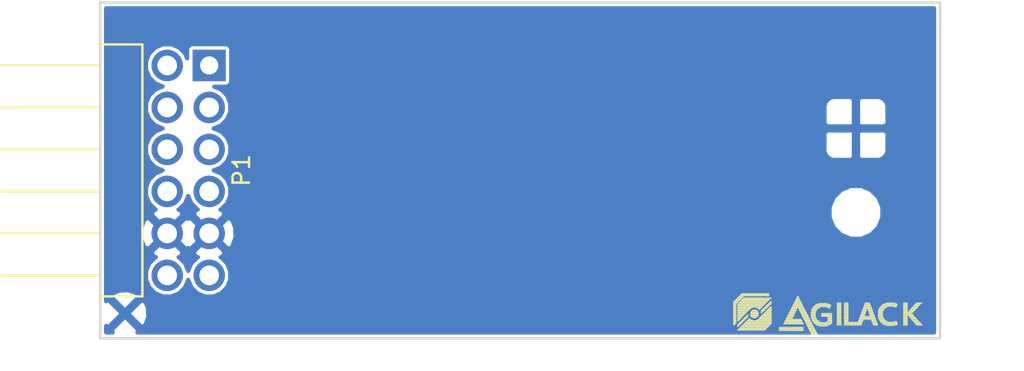
<source format=kicad_pcb>
(kicad_pcb (version 4) (host pcbnew 4.0.2+dfsg1-stable)

  (general
    (links 2)
    (no_connects 1)
    (area 116.835199 94.764999 182.96 119.130001)
    (thickness 1.6)
    (drawings 8)
    (tracks 2)
    (zones 0)
    (modules 2)
    (nets 11)
  )

  (page A4)
  (title_block
    (title "PMOD - Resistive Sensors")
    (date 2019-01-10)
    (rev 0.1)
    (company Agilack)
  )

  (layers
    (0 F.Cu signal)
    (31 B.Cu signal)
    (32 B.Adhes user)
    (33 F.Adhes user)
    (34 B.Paste user)
    (35 F.Paste user)
    (36 B.SilkS user)
    (37 F.SilkS user)
    (38 B.Mask user)
    (39 F.Mask user)
    (40 Dwgs.User user)
    (41 Cmts.User user)
    (42 Eco1.User user)
    (43 Eco2.User user)
    (44 Edge.Cuts user)
    (45 Margin user)
    (46 B.CrtYd user)
    (47 F.CrtYd user)
    (48 B.Fab user)
    (49 F.Fab user)
  )

  (setup
    (last_trace_width 0.25)
    (user_trace_width 0.2032)
    (user_trace_width 0.3048)
    (user_trace_width 0.4064)
    (user_trace_width 1.016)
    (trace_clearance 0.2)
    (zone_clearance 0.1524)
    (zone_45_only no)
    (trace_min 0.2)
    (segment_width 0.2)
    (edge_width 0.15)
    (via_size 0.6)
    (via_drill 0.4)
    (via_min_size 0.4)
    (via_min_drill 0.3)
    (user_via 0.7112 0.3048)
    (uvia_size 0.3)
    (uvia_drill 0.1)
    (uvias_allowed no)
    (uvia_min_size 0.2)
    (uvia_min_drill 0.1)
    (pcb_text_width 0.3)
    (pcb_text_size 1.5 1.5)
    (mod_edge_width 0.15)
    (mod_text_size 1 1)
    (mod_text_width 0.15)
    (pad_size 1.524 1.524)
    (pad_drill 0.762)
    (pad_to_mask_clearance 0.2)
    (aux_axis_origin 0 0)
    (visible_elements FFFFFFFF)
    (pcbplotparams
      (layerselection 0x010ec_80000001)
      (usegerberextensions true)
      (excludeedgelayer true)
      (linewidth 0.100000)
      (plotframeref false)
      (viasonmask false)
      (mode 1)
      (useauxorigin false)
      (hpglpennumber 1)
      (hpglpenspeed 20)
      (hpglpendiameter 15)
      (hpglpenoverlay 2)
      (psnegative false)
      (psa4output false)
      (plotreference true)
      (plotvalue true)
      (plotinvisibletext false)
      (padsonsilk false)
      (subtractmaskfromsilk false)
      (outputformat 1)
      (mirror false)
      (drillshape 0)
      (scaleselection 1)
      (outputdirectory ../prod/))
  )

  (net 0 "")
  (net 1 GND)
  (net 2 +3.3V)
  (net 3 "Net-(P1-Pad1)")
  (net 4 "Net-(P1-Pad2)")
  (net 5 "Net-(P1-Pad7)")
  (net 6 "Net-(P1-Pad8)")
  (net 7 "Net-(P1-Pad9)")
  (net 8 "Net-(P1-Pad10)")
  (net 9 SPI_MISO)
  (net 10 SPI_SCK)

  (net_class Default "This is the default net class."
    (clearance 0.2)
    (trace_width 0.25)
    (via_dia 0.6)
    (via_drill 0.4)
    (uvia_dia 0.3)
    (uvia_drill 0.1)
    (add_net +3.3V)
    (add_net GND)
    (add_net "Net-(P1-Pad1)")
    (add_net "Net-(P1-Pad10)")
    (add_net "Net-(P1-Pad2)")
    (add_net "Net-(P1-Pad7)")
    (add_net "Net-(P1-Pad8)")
    (add_net "Net-(P1-Pad9)")
    (add_net SPI_MISO)
    (add_net SPI_SCK)
  )

  (module pmod-sensor-res:CONN_PMOD-Male locked (layer F.Cu) (tedit 5950C8DB) (tstamp 5BC9C572)
    (at 127.1502 105 90)
    (path /5BC65734)
    (fp_text reference P1 (at 0 4.4958 90) (layer F.SilkS)
      (effects (font (size 1 1) (thickness 0.15)))
    )
    (fp_text value PMOD (at 0 -2.77 90) (layer F.Fab)
      (effects (font (size 1 1) (thickness 0.15)))
    )
    (fp_line (start 6.35 -10.04) (end 6.35 -4.04) (layer F.SilkS) (width 0.15))
    (fp_line (start 3.81 -10.04) (end 3.81 -4.04) (layer F.SilkS) (width 0.15))
    (fp_line (start 1.27 -10.04) (end 1.27 -4.04) (layer F.SilkS) (width 0.15))
    (fp_line (start -1.27 -10.04) (end -1.27 -4.04) (layer F.SilkS) (width 0.15))
    (fp_line (start -3.81 -10.04) (end -3.81 -4.04) (layer F.SilkS) (width 0.15))
    (fp_line (start -6.35 -10.04) (end -6.35 -4.04) (layer F.SilkS) (width 0.15))
    (fp_line (start -7.62 -1.5) (end 7.62 -1.5) (layer F.SilkS) (width 0.15))
    (fp_line (start 7.62 -1.5) (end 7.62 -4.04) (layer F.SilkS) (width 0.15))
    (fp_line (start 7.62 -4.04) (end -7.62 -4.04) (layer F.SilkS) (width 0.15))
    (fp_line (start -7.62 -1.5) (end -7.62 -4.04) (layer F.SilkS) (width 0.15))
    (pad 1 thru_hole rect (at 6.35 2.54 90) (size 1.9 2) (drill 1.1) (layers *.Cu *.Mask)
      (net 3 "Net-(P1-Pad1)"))
    (pad 2 thru_hole circle (at 3.81 2.54 90) (size 1.9 1.9) (drill 1.19) (layers *.Cu *.Mask)
      (net 4 "Net-(P1-Pad2)"))
    (pad 3 thru_hole circle (at 1.27 2.54 90) (size 1.9 1.9) (drill 1.19) (layers *.Cu *.Mask)
      (net 9 SPI_MISO))
    (pad 4 thru_hole circle (at -1.27 2.54 90) (size 1.9 1.9) (drill 1.19) (layers *.Cu *.Mask)
      (net 10 SPI_SCK))
    (pad 5 thru_hole circle (at -3.81 2.54 90) (size 1.9 1.9) (drill 1.19) (layers *.Cu *.Mask)
      (net 1 GND))
    (pad 6 thru_hole circle (at -6.35 2.54 90) (size 1.9 1.9) (drill 1.19) (layers *.Cu *.Mask)
      (net 2 +3.3V))
    (pad 7 thru_hole circle (at 6.35 0 90) (size 1.9 1.9) (drill 1.19) (layers *.Cu *.Mask)
      (net 5 "Net-(P1-Pad7)"))
    (pad 8 thru_hole circle (at 3.81 0 90) (size 1.9 1.9) (drill 1.19) (layers *.Cu *.Mask)
      (net 6 "Net-(P1-Pad8)"))
    (pad 9 thru_hole circle (at 1.27 0 90) (size 1.9 1.9) (drill 1.19) (layers *.Cu *.Mask)
      (net 7 "Net-(P1-Pad9)"))
    (pad 10 thru_hole circle (at -1.27 0 90) (size 1.9 1.9) (drill 1.19) (layers *.Cu *.Mask)
      (net 8 "Net-(P1-Pad10)"))
    (pad 11 thru_hole circle (at -3.81 0 90) (size 1.9 1.9) (drill 1.19) (layers *.Cu *.Mask)
      (net 1 GND))
    (pad 12 thru_hole circle (at -6.35 0 90) (size 1.9 1.9) (drill 1.19) (layers *.Cu *.Mask)
      (net 2 +3.3V))
  )

  (module pmod-sensor-res:logo-agilack-11.5 (layer F.Cu) (tedit 59B6B664) (tstamp 5BCB383A)
    (at 167.53 113.72)
    (fp_text reference agilack-11.5 (at 2.1336 -1.07696) (layer F.SilkS) hide
      (effects (font (size 0.2 0.2) (thickness 0.04)))
    )
    (fp_text value 450px (at -0.889 -1.0922) (layer F.SilkS) hide
      (effects (font (size 0.2 0.2) (thickness 0.04)))
    )
    (fp_line (start -5.62356 -1.27508) (end -3.97256 -1.27508) (layer F.SilkS) (width 0.02794))
    (fp_line (start -5.64896 -1.24968) (end -3.97256 -1.24968) (layer F.SilkS) (width 0.02794))
    (fp_line (start -5.67436 -1.22428) (end -3.97256 -1.22428) (layer F.SilkS) (width 0.02794))
    (fp_line (start -5.69976 -1.19888) (end -3.97256 -1.19888) (layer F.SilkS) (width 0.02794))
    (fp_line (start -5.72516 -1.17348) (end -3.97256 -1.17348) (layer F.SilkS) (width 0.02794))
    (fp_line (start -5.75056 -1.14808) (end -3.97256 -1.14808) (layer F.SilkS) (width 0.02794))
    (fp_line (start -5.77596 -1.12268) (end -3.97256 -1.12268) (layer F.SilkS) (width 0.02794))
    (fp_line (start -2.24536 -1.12268) (end -2.21996 -1.12268) (layer F.SilkS) (width 0.02794))
    (fp_line (start -5.80136 -1.09728) (end -5.49656 -1.09728) (layer F.SilkS) (width 0.02794))
    (fp_line (start -2.27076 -1.09728) (end -2.19456 -1.09728) (layer F.SilkS) (width 0.02794))
    (fp_line (start -5.82676 -1.07188) (end -5.52196 -1.07188) (layer F.SilkS) (width 0.02794))
    (fp_line (start -2.27076 -1.07188) (end -2.19456 -1.07188) (layer F.SilkS) (width 0.02794))
    (fp_line (start -5.85216 -1.04648) (end -5.54736 -1.04648) (layer F.SilkS) (width 0.02794))
    (fp_line (start -2.29616 -1.04648) (end -2.16916 -1.04648) (layer F.SilkS) (width 0.02794))
    (fp_line (start -5.87756 -1.02108) (end -5.57276 -1.02108) (layer F.SilkS) (width 0.02794))
    (fp_line (start -5.49656 -1.02108) (end -3.82016 -1.02108) (layer F.SilkS) (width 0.02794))
    (fp_line (start -2.29616 -1.02108) (end -2.16916 -1.02108) (layer F.SilkS) (width 0.02794))
    (fp_line (start -5.90296 -0.99568) (end -5.59816 -0.99568) (layer F.SilkS) (width 0.02794))
    (fp_line (start -5.52196 -0.99568) (end -3.82016 -0.99568) (layer F.SilkS) (width 0.02794))
    (fp_line (start -2.32156 -0.99568) (end -2.14376 -0.99568) (layer F.SilkS) (width 0.02794))
    (fp_line (start -5.92836 -0.97028) (end -5.62356 -0.97028) (layer F.SilkS) (width 0.02794))
    (fp_line (start -5.54736 -0.97028) (end -3.87096 -0.97028) (layer F.SilkS) (width 0.02794))
    (fp_line (start -2.32156 -0.97028) (end -2.14376 -0.97028) (layer F.SilkS) (width 0.02794))
    (fp_line (start -5.95376 -0.94488) (end -5.64896 -0.94488) (layer F.SilkS) (width 0.02794))
    (fp_line (start -5.57276 -0.94488) (end -3.89636 -0.94488) (layer F.SilkS) (width 0.02794))
    (fp_line (start -2.34696 -0.94488) (end -2.11836 -0.94488) (layer F.SilkS) (width 0.02794))
    (fp_line (start -5.97916 -0.91948) (end -5.67436 -0.91948) (layer F.SilkS) (width 0.02794))
    (fp_line (start -5.59816 -0.91948) (end -3.92176 -0.91948) (layer F.SilkS) (width 0.02794))
    (fp_line (start -2.34696 -0.91948) (end -2.11836 -0.91948) (layer F.SilkS) (width 0.02794))
    (fp_line (start -6.00456 -0.89408) (end -5.69976 -0.89408) (layer F.SilkS) (width 0.02794))
    (fp_line (start -5.62356 -0.89408) (end -3.94716 -0.89408) (layer F.SilkS) (width 0.02794))
    (fp_line (start -2.37236 -0.89408) (end -2.09296 -0.89408) (layer F.SilkS) (width 0.02794))
    (fp_line (start -6.02996 -0.86868) (end -5.72516 -0.86868) (layer F.SilkS) (width 0.02794))
    (fp_line (start -5.64896 -0.86868) (end -3.97256 -0.86868) (layer F.SilkS) (width 0.02794))
    (fp_line (start -2.37236 -0.86868) (end -2.09296 -0.86868) (layer F.SilkS) (width 0.02794))
    (fp_line (start -6.05536 -0.84328) (end -5.75056 -0.84328) (layer F.SilkS) (width 0.02794))
    (fp_line (start -5.67436 -0.84328) (end -3.99796 -0.84328) (layer F.SilkS) (width 0.02794))
    (fp_line (start -2.39776 -0.84328) (end -2.06756 -0.84328) (layer F.SilkS) (width 0.02794))
    (fp_line (start -6.08076 -0.81788) (end -5.77596 -0.81788) (layer F.SilkS) (width 0.02794))
    (fp_line (start -5.69976 -0.81788) (end -4.02336 -0.81788) (layer F.SilkS) (width 0.02794))
    (fp_line (start -2.39776 -0.81788) (end -2.06756 -0.81788) (layer F.SilkS) (width 0.02794))
    (fp_line (start -6.10616 -0.79248) (end -5.80136 -0.79248) (layer F.SilkS) (width 0.02794))
    (fp_line (start -5.72516 -0.79248) (end -4.04876 -0.79248) (layer F.SilkS) (width 0.02794))
    (fp_line (start -3.89636 -0.79248) (end -3.82016 -0.79248) (layer F.SilkS) (width 0.02794))
    (fp_line (start -2.42316 -0.79248) (end -2.04216 -0.79248) (layer F.SilkS) (width 0.02794))
    (fp_line (start -6.13156 -0.76708) (end -5.82676 -0.76708) (layer F.SilkS) (width 0.02794))
    (fp_line (start -5.75056 -0.76708) (end -4.07416 -0.76708) (layer F.SilkS) (width 0.02794))
    (fp_line (start -3.89636 -0.76708) (end -3.82016 -0.76708) (layer F.SilkS) (width 0.02794))
    (fp_line (start -2.42316 -0.76708) (end -2.04216 -0.76708) (layer F.SilkS) (width 0.02794))
    (fp_line (start -6.13156 -0.74168) (end -5.85 -0.74168) (layer F.SilkS) (width 0.02794))
    (fp_line (start -5.77596 -0.74168) (end -4.09956 -0.74168) (layer F.SilkS) (width 0.02794))
    (fp_line (start -3.94716 -0.74168) (end -3.82016 -0.74168) (layer F.SilkS) (width 0.02794))
    (fp_line (start -2.44856 -0.74168) (end -2.01676 -0.74168) (layer F.SilkS) (width 0.02794))
    (fp_line (start -6.13156 -0.71628) (end -5.88 -0.71628) (layer F.SilkS) (width 0.02794))
    (fp_line (start -5.80136 -0.71628) (end -4.12496 -0.71628) (layer F.SilkS) (width 0.02794))
    (fp_line (start -3.97256 -0.71628) (end -3.82016 -0.71628) (layer F.SilkS) (width 0.02794))
    (fp_line (start -2.44856 -0.71628) (end -2.01676 -0.71628) (layer F.SilkS) (width 0.02794))
    (fp_line (start 0.14224 -0.71628) (end 0.39624 -0.71628) (layer F.SilkS) (width 0.02794))
    (fp_line (start 0.57404 -0.71628) (end 0.82804 -0.71628) (layer F.SilkS) (width 0.02794))
    (fp_line (start 1.84404 -0.71628) (end 2.12344 -0.71628) (layer F.SilkS) (width 0.02794))
    (fp_line (start 3.13944 -0.71628) (end 3.59664 -0.71628) (layer F.SilkS) (width 0.02794))
    (fp_line (start 4.15544 -0.71628) (end 4.40944 -0.71628) (layer F.SilkS) (width 0.02794))
    (fp_line (start 4.94284 -0.71628) (end 5.29844 -0.71628) (layer F.SilkS) (width 0.02794))
    (fp_line (start -6.13156 -0.69088) (end -5.90296 -0.69088) (layer F.SilkS) (width 0.02794))
    (fp_line (start -5.82676 -0.69088) (end -4.15036 -0.69088) (layer F.SilkS) (width 0.02794))
    (fp_line (start -3.99796 -0.69088) (end -3.82016 -0.69088) (layer F.SilkS) (width 0.02794))
    (fp_line (start -2.47396 -0.69088) (end -1.99136 -0.69088) (layer F.SilkS) (width 0.02794))
    (fp_line (start -0.92456 -0.69088) (end -0.49276 -0.69088) (layer F.SilkS) (width 0.02794))
    (fp_line (start 0.14224 -0.69088) (end 0.39624 -0.69088) (layer F.SilkS) (width 0.02794))
    (fp_line (start 0.57404 -0.69088) (end 0.82804 -0.69088) (layer F.SilkS) (width 0.02794))
    (fp_line (start 1.81864 -0.69088) (end 2.12344 -0.69088) (layer F.SilkS) (width 0.02794))
    (fp_line (start 3.06324 -0.69088) (end 3.69824 -0.69088) (layer F.SilkS) (width 0.02794))
    (fp_line (start 4.15544 -0.69088) (end 4.40944 -0.69088) (layer F.SilkS) (width 0.02794))
    (fp_line (start 4.91744 -0.69088) (end 5.27304 -0.69088) (layer F.SilkS) (width 0.02794))
    (fp_line (start -6.13156 -0.66548) (end -5.92 -0.66548) (layer F.SilkS) (width 0.02794))
    (fp_line (start -5.85216 -0.66548) (end -4.17576 -0.66548) (layer F.SilkS) (width 0.02794))
    (fp_line (start -4.02336 -0.66548) (end -3.82016 -0.66548) (layer F.SilkS) (width 0.02794))
    (fp_line (start -2.47396 -0.66548) (end -1.99136 -0.66548) (layer F.SilkS) (width 0.02794))
    (fp_line (start -1.02616 -0.66548) (end -0.41656 -0.66548) (layer F.SilkS) (width 0.02794))
    (fp_line (start 0.14224 -0.66548) (end 0.39624 -0.66548) (layer F.SilkS) (width 0.02794))
    (fp_line (start 0.57404 -0.66548) (end 0.82804 -0.66548) (layer F.SilkS) (width 0.02794))
    (fp_line (start 1.81864 -0.66548) (end 2.14884 -0.66548) (layer F.SilkS) (width 0.02794))
    (fp_line (start 3.01244 -0.66548) (end 3.74904 -0.66548) (layer F.SilkS) (width 0.02794))
    (fp_line (start 4.15544 -0.66548) (end 4.40944 -0.66548) (layer F.SilkS) (width 0.02794))
    (fp_line (start 4.89204 -0.66548) (end 5.24764 -0.66548) (layer F.SilkS) (width 0.02794))
    (fp_line (start -6.13156 -0.64008) (end -5.94 -0.64008) (layer F.SilkS) (width 0.02794))
    (fp_line (start -5.87756 -0.64008) (end -4.20116 -0.64008) (layer F.SilkS) (width 0.02794))
    (fp_line (start -4.04876 -0.64008) (end -3.82016 -0.64008) (layer F.SilkS) (width 0.02794))
    (fp_line (start -2.49936 -0.64008) (end -1.96596 -0.64008) (layer F.SilkS) (width 0.02794))
    (fp_line (start -1.07696 -0.64008) (end -0.34036 -0.64008) (layer F.SilkS) (width 0.02794))
    (fp_line (start 0.14224 -0.64008) (end 0.39624 -0.64008) (layer F.SilkS) (width 0.02794))
    (fp_line (start 0.57404 -0.64008) (end 0.82804 -0.64008) (layer F.SilkS) (width 0.02794))
    (fp_line (start 1.81864 -0.64008) (end 2.14884 -0.64008) (layer F.SilkS) (width 0.02794))
    (fp_line (start 2.96164 -0.64008) (end 3.79984 -0.64008) (layer F.SilkS) (width 0.02794))
    (fp_line (start 4.15544 -0.64008) (end 4.40944 -0.64008) (layer F.SilkS) (width 0.02794))
    (fp_line (start 4.86664 -0.64008) (end 5.22224 -0.64008) (layer F.SilkS) (width 0.02794))
    (fp_line (start -6.13156 -0.61468) (end -5.95376 -0.61468) (layer F.SilkS) (width 0.02794))
    (fp_line (start -5.87756 -0.61468) (end -4.22656 -0.61468) (layer F.SilkS) (width 0.02794))
    (fp_line (start -4.07416 -0.61468) (end -3.87096 -0.61468) (layer F.SilkS) (width 0.02794))
    (fp_line (start -2.49936 -0.61468) (end -1.96596 -0.61468) (layer F.SilkS) (width 0.02794))
    (fp_line (start -1.12776 -0.61468) (end -0.28956 -0.61468) (layer F.SilkS) (width 0.02794))
    (fp_line (start 0.14224 -0.61468) (end 0.39624 -0.61468) (layer F.SilkS) (width 0.02794))
    (fp_line (start 0.57404 -0.61468) (end 0.82804 -0.61468) (layer F.SilkS) (width 0.02794))
    (fp_line (start 1.79324 -0.61468) (end 2.14884 -0.61468) (layer F.SilkS) (width 0.02794))
    (fp_line (start 2.91084 -0.61468) (end 3.79984 -0.61468) (layer F.SilkS) (width 0.02794))
    (fp_line (start 4.15544 -0.61468) (end 4.40944 -0.61468) (layer F.SilkS) (width 0.02794))
    (fp_line (start 4.84124 -0.61468) (end 5.19684 -0.61468) (layer F.SilkS) (width 0.02794))
    (fp_line (start -6.13156 -0.58928) (end -5.95376 -0.58928) (layer F.SilkS) (width 0.02794))
    (fp_line (start -5.87756 -0.58928) (end -4.25196 -0.58928) (layer F.SilkS) (width 0.02794))
    (fp_line (start -4.09956 -0.58928) (end -3.89636 -0.58928) (layer F.SilkS) (width 0.02794))
    (fp_line (start -2.52476 -0.58928) (end -1.94056 -0.58928) (layer F.SilkS) (width 0.02794))
    (fp_line (start -1.15316 -0.58928) (end -0.23876 -0.58928) (layer F.SilkS) (width 0.02794))
    (fp_line (start 0.14224 -0.58928) (end 0.39624 -0.58928) (layer F.SilkS) (width 0.02794))
    (fp_line (start 0.57404 -0.58928) (end 0.82804 -0.58928) (layer F.SilkS) (width 0.02794))
    (fp_line (start 1.79324 -0.58928) (end 2.17424 -0.58928) (layer F.SilkS) (width 0.02794))
    (fp_line (start 2.88544 -0.58928) (end 3.79984 -0.58928) (layer F.SilkS) (width 0.02794))
    (fp_line (start 4.15544 -0.58928) (end 4.40944 -0.58928) (layer F.SilkS) (width 0.02794))
    (fp_line (start 4.81584 -0.58928) (end 5.17144 -0.58928) (layer F.SilkS) (width 0.02794))
    (fp_line (start -6.13156 -0.56388) (end -5.95376 -0.56388) (layer F.SilkS) (width 0.02794))
    (fp_line (start -5.87756 -0.56388) (end -4.27736 -0.56388) (layer F.SilkS) (width 0.02794))
    (fp_line (start -4.12496 -0.56388) (end -3.92176 -0.56388) (layer F.SilkS) (width 0.02794))
    (fp_line (start -2.52476 -0.56388) (end -1.94056 -0.56388) (layer F.SilkS) (width 0.02794))
    (fp_line (start -1.20396 -0.56388) (end -0.21336 -0.56388) (layer F.SilkS) (width 0.02794))
    (fp_line (start 0.14224 -0.56388) (end 0.39624 -0.56388) (layer F.SilkS) (width 0.02794))
    (fp_line (start 0.57404 -0.56388) (end 0.82804 -0.56388) (layer F.SilkS) (width 0.02794))
    (fp_line (start 1.79324 -0.56388) (end 2.17424 -0.56388) (layer F.SilkS) (width 0.02794))
    (fp_line (start 2.83464 -0.56388) (end 3.77444 -0.56388) (layer F.SilkS) (width 0.02794))
    (fp_line (start 4.15544 -0.56388) (end 4.40944 -0.56388) (layer F.SilkS) (width 0.02794))
    (fp_line (start 4.79044 -0.56388) (end 5.14604 -0.56388) (layer F.SilkS) (width 0.02794))
    (fp_line (start -6.13156 -0.53848) (end -5.95376 -0.53848) (layer F.SilkS) (width 0.02794))
    (fp_line (start -5.87756 -0.53848) (end -4.30276 -0.53848) (layer F.SilkS) (width 0.02794))
    (fp_line (start -4.15036 -0.53848) (end -3.94716 -0.53848) (layer F.SilkS) (width 0.02794))
    (fp_line (start -2.55016 -0.53848) (end -1.91516 -0.53848) (layer F.SilkS) (width 0.02794))
    (fp_line (start -1.22936 -0.53848) (end -0.21336 -0.53848) (layer F.SilkS) (width 0.02794))
    (fp_line (start 0.14224 -0.53848) (end 0.39624 -0.53848) (layer F.SilkS) (width 0.02794))
    (fp_line (start 0.57404 -0.53848) (end 0.82804 -0.53848) (layer F.SilkS) (width 0.02794))
    (fp_line (start 1.76784 -0.53848) (end 2.19964 -0.53848) (layer F.SilkS) (width 0.02794))
    (fp_line (start 2.80924 -0.53848) (end 3.77444 -0.53848) (layer F.SilkS) (width 0.02794))
    (fp_line (start 4.15544 -0.53848) (end 4.40944 -0.53848) (layer F.SilkS) (width 0.02794))
    (fp_line (start 4.79044 -0.53848) (end 5.12064 -0.53848) (layer F.SilkS) (width 0.02794))
    (fp_line (start -6.13156 -0.51308) (end -5.95376 -0.51308) (layer F.SilkS) (width 0.02794))
    (fp_line (start -5.87756 -0.51308) (end -4.32816 -0.51308) (layer F.SilkS) (width 0.02794))
    (fp_line (start -4.17576 -0.51308) (end -3.97256 -0.51308) (layer F.SilkS) (width 0.02794))
    (fp_line (start -2.55016 -0.51308) (end -1.91516 -0.51308) (layer F.SilkS) (width 0.02794))
    (fp_line (start -1.25476 -0.51308) (end -0.21336 -0.51308) (layer F.SilkS) (width 0.02794))
    (fp_line (start 0.14224 -0.51308) (end 0.39624 -0.51308) (layer F.SilkS) (width 0.02794))
    (fp_line (start 0.57404 -0.51308) (end 0.82804 -0.51308) (layer F.SilkS) (width 0.02794))
    (fp_line (start 1.76784 -0.51308) (end 2.19964 -0.51308) (layer F.SilkS) (width 0.02794))
    (fp_line (start 2.78384 -0.51308) (end 3.74904 -0.51308) (layer F.SilkS) (width 0.02794))
    (fp_line (start 4.15544 -0.51308) (end 4.40944 -0.51308) (layer F.SilkS) (width 0.02794))
    (fp_line (start 4.76504 -0.51308) (end 5.09524 -0.51308) (layer F.SilkS) (width 0.02794))
    (fp_line (start -6.13156 -0.48768) (end -5.95376 -0.48768) (layer F.SilkS) (width 0.02794))
    (fp_line (start -5.87756 -0.48768) (end -4.35356 -0.48768) (layer F.SilkS) (width 0.02794))
    (fp_line (start -4.20116 -0.48768) (end -3.99796 -0.48768) (layer F.SilkS) (width 0.02794))
    (fp_line (start -3.87096 -0.48768) (end -3.82016 -0.48768) (layer F.SilkS) (width 0.02794))
    (fp_line (start -2.57556 -0.48768) (end -1.88976 -0.48768) (layer F.SilkS) (width 0.02794))
    (fp_line (start -1.28016 -0.48768) (end -0.23876 -0.48768) (layer F.SilkS) (width 0.02794))
    (fp_line (start 0.14224 -0.48768) (end 0.39624 -0.48768) (layer F.SilkS) (width 0.02794))
    (fp_line (start 0.57404 -0.48768) (end 0.82804 -0.48768) (layer F.SilkS) (width 0.02794))
    (fp_line (start 1.76784 -0.48768) (end 2.19964 -0.48768) (layer F.SilkS) (width 0.02794))
    (fp_line (start 2.78384 -0.48768) (end 3.74904 -0.48768) (layer F.SilkS) (width 0.02794))
    (fp_line (start 4.15544 -0.48768) (end 4.40944 -0.48768) (layer F.SilkS) (width 0.02794))
    (fp_line (start 4.73964 -0.48768) (end 5.06984 -0.48768) (layer F.SilkS) (width 0.02794))
    (fp_line (start -6.13156 -0.46228) (end -5.95376 -0.46228) (layer F.SilkS) (width 0.02794))
    (fp_line (start -5.87756 -0.46228) (end -4.37896 -0.46228) (layer F.SilkS) (width 0.02794))
    (fp_line (start -4.22656 -0.46228) (end -4.02336 -0.46228) (layer F.SilkS) (width 0.02794))
    (fp_line (start -3.89636 -0.46228) (end -3.82016 -0.46228) (layer F.SilkS) (width 0.02794))
    (fp_line (start -2.57556 -0.46228) (end -1.88976 -0.46228) (layer F.SilkS) (width 0.02794))
    (fp_line (start -1.30556 -0.46228) (end -0.26416 -0.46228) (layer F.SilkS) (width 0.02794))
    (fp_line (start 0.14224 -0.46228) (end 0.39624 -0.46228) (layer F.SilkS) (width 0.02794))
    (fp_line (start 0.57404 -0.46228) (end 0.82804 -0.46228) (layer F.SilkS) (width 0.02794))
    (fp_line (start 1.74244 -0.46228) (end 2.22504 -0.46228) (layer F.SilkS) (width 0.02794))
    (fp_line (start 2.75844 -0.46228) (end 3.21564 -0.46228) (layer F.SilkS) (width 0.02794))
    (fp_line (start 3.57124 -0.46228) (end 3.74904 -0.46228) (layer F.SilkS) (width 0.02794))
    (fp_line (start 4.15544 -0.46228) (end 4.40944 -0.46228) (layer F.SilkS) (width 0.02794))
    (fp_line (start 4.71424 -0.46228) (end 5.04444 -0.46228) (layer F.SilkS) (width 0.02794))
    (fp_line (start -6.13156 -0.43688) (end -5.95376 -0.43688) (layer F.SilkS) (width 0.02794))
    (fp_line (start -5.87756 -0.43688) (end -4.40436 -0.43688) (layer F.SilkS) (width 0.02794))
    (fp_line (start -4.25196 -0.43688) (end -4.04876 -0.43688) (layer F.SilkS) (width 0.02794))
    (fp_line (start -3.92176 -0.43688) (end -3.82016 -0.43688) (layer F.SilkS) (width 0.02794))
    (fp_line (start -2.60096 -0.43688) (end -2.24536 -0.43688) (layer F.SilkS) (width 0.02794))
    (fp_line (start -2.21996 -0.43688) (end -1.86436 -0.43688) (layer F.SilkS) (width 0.02794))
    (fp_line (start -1.30556 -0.43688) (end -0.84836 -0.43688) (layer F.SilkS) (width 0.02794))
    (fp_line (start -0.54356 -0.43688) (end -0.26416 -0.43688) (layer F.SilkS) (width 0.02794))
    (fp_line (start 0.14224 -0.43688) (end 0.39624 -0.43688) (layer F.SilkS) (width 0.02794))
    (fp_line (start 0.57404 -0.43688) (end 0.82804 -0.43688) (layer F.SilkS) (width 0.02794))
    (fp_line (start 1.74244 -0.43688) (end 2.22504 -0.43688) (layer F.SilkS) (width 0.02794))
    (fp_line (start 2.73304 -0.43688) (end 3.16484 -0.43688) (layer F.SilkS) (width 0.02794))
    (fp_line (start 3.64744 -0.43688) (end 3.72364 -0.43688) (layer F.SilkS) (width 0.02794))
    (fp_line (start 4.15544 -0.43688) (end 4.40944 -0.43688) (layer F.SilkS) (width 0.02794))
    (fp_line (start 4.68884 -0.43688) (end 5.01904 -0.43688) (layer F.SilkS) (width 0.02794))
    (fp_line (start -6.13156 -0.41148) (end -5.95376 -0.41148) (layer F.SilkS) (width 0.02794))
    (fp_line (start -5.87756 -0.41148) (end -4.96316 -0.41148) (layer F.SilkS) (width 0.02794))
    (fp_line (start -4.75996 -0.41148) (end -4.42976 -0.41148) (layer F.SilkS) (width 0.02794))
    (fp_line (start -4.27736 -0.41148) (end -4.07416 -0.41148) (layer F.SilkS) (width 0.02794))
    (fp_line (start -3.94716 -0.41148) (end -3.82016 -0.41148) (layer F.SilkS) (width 0.02794))
    (fp_line (start -2.60096 -0.41148) (end -2.24536 -0.41148) (layer F.SilkS) (width 0.02794))
    (fp_line (start -2.21996 -0.41148) (end -1.86436 -0.41148) (layer F.SilkS) (width 0.02794))
    (fp_line (start -1.33096 -0.41148) (end -0.92456 -0.41148) (layer F.SilkS) (width 0.02794))
    (fp_line (start -0.44196 -0.41148) (end -0.28956 -0.41148) (layer F.SilkS) (width 0.02794))
    (fp_line (start 0.14224 -0.41148) (end 0.39624 -0.41148) (layer F.SilkS) (width 0.02794))
    (fp_line (start 0.57404 -0.41148) (end 0.82804 -0.41148) (layer F.SilkS) (width 0.02794))
    (fp_line (start 1.71704 -0.41148) (end 2.22504 -0.41148) (layer F.SilkS) (width 0.02794))
    (fp_line (start 2.70764 -0.41148) (end 3.11404 -0.41148) (layer F.SilkS) (width 0.02794))
    (fp_line (start 4.15544 -0.41148) (end 4.40944 -0.41148) (layer F.SilkS) (width 0.02794))
    (fp_line (start 4.66344 -0.41148) (end 5.01904 -0.41148) (layer F.SilkS) (width 0.02794))
    (fp_line (start -6.13156 -0.38608) (end -5.95376 -0.38608) (layer F.SilkS) (width 0.02794))
    (fp_line (start -5.87756 -0.38608) (end -5.03936 -0.38608) (layer F.SilkS) (width 0.02794))
    (fp_line (start -4.68376 -0.38608) (end -4.45516 -0.38608) (layer F.SilkS) (width 0.02794))
    (fp_line (start -4.30276 -0.38608) (end -4.09956 -0.38608) (layer F.SilkS) (width 0.02794))
    (fp_line (start -3.97256 -0.38608) (end -3.82016 -0.38608) (layer F.SilkS) (width 0.02794))
    (fp_line (start -2.62636 -0.38608) (end -2.27076 -0.38608) (layer F.SilkS) (width 0.02794))
    (fp_line (start -2.19456 -0.38608) (end -1.83896 -0.38608) (layer F.SilkS) (width 0.02794))
    (fp_line (start -1.35636 -0.38608) (end -0.94996 -0.38608) (layer F.SilkS) (width 0.02794))
    (fp_line (start -0.39116 -0.38608) (end -0.28956 -0.38608) (layer F.SilkS) (width 0.02794))
    (fp_line (start 0.14224 -0.38608) (end 0.39624 -0.38608) (layer F.SilkS) (width 0.02794))
    (fp_line (start 0.57404 -0.38608) (end 0.82804 -0.38608) (layer F.SilkS) (width 0.02794))
    (fp_line (start 1.71704 -0.38608) (end 2.25044 -0.38608) (layer F.SilkS) (width 0.02794))
    (fp_line (start 2.70764 -0.38608) (end 3.06324 -0.38608) (layer F.SilkS) (width 0.02794))
    (fp_line (start 4.15544 -0.38608) (end 4.40944 -0.38608) (layer F.SilkS) (width 0.02794))
    (fp_line (start 4.63804 -0.38608) (end 4.99364 -0.38608) (layer F.SilkS) (width 0.02794))
    (fp_line (start -6.13156 -0.36068) (end -5.95376 -0.36068) (layer F.SilkS) (width 0.02794))
    (fp_line (start -5.87756 -0.36068) (end -5.06476 -0.36068) (layer F.SilkS) (width 0.02794))
    (fp_line (start -4.63296 -0.36068) (end -4.48056 -0.36068) (layer F.SilkS) (width 0.02794))
    (fp_line (start -4.32816 -0.36068) (end -4.12496 -0.36068) (layer F.SilkS) (width 0.02794))
    (fp_line (start -3.99796 -0.36068) (end -3.82016 -0.36068) (layer F.SilkS) (width 0.02794))
    (fp_line (start -2.62636 -0.36068) (end -2.27076 -0.36068) (layer F.SilkS) (width 0.02794))
    (fp_line (start -2.19456 -0.36068) (end -1.83896 -0.36068) (layer F.SilkS) (width 0.02794))
    (fp_line (start -1.35636 -0.36068) (end -1.00076 -0.36068) (layer F.SilkS) (width 0.02794))
    (fp_line (start -0.34036 -0.36068) (end -0.31496 -0.36068) (layer F.SilkS) (width 0.02794))
    (fp_line (start 0.14224 -0.36068) (end 0.39624 -0.36068) (layer F.SilkS) (width 0.02794))
    (fp_line (start 0.57404 -0.36068) (end 0.82804 -0.36068) (layer F.SilkS) (width 0.02794))
    (fp_line (start 1.71704 -0.36068) (end 1.97104 -0.36068) (layer F.SilkS) (width 0.02794))
    (fp_line (start 1.99644 -0.36068) (end 2.25044 -0.36068) (layer F.SilkS) (width 0.02794))
    (fp_line (start 2.68224 -0.36068) (end 3.03784 -0.36068) (layer F.SilkS) (width 0.02794))
    (fp_line (start 4.15544 -0.36068) (end 4.40944 -0.36068) (layer F.SilkS) (width 0.02794))
    (fp_line (start 4.61264 -0.36068) (end 4.96824 -0.36068) (layer F.SilkS) (width 0.02794))
    (fp_line (start -6.13156 -0.33528) (end -5.95376 -0.33528) (layer F.SilkS) (width 0.02794))
    (fp_line (start -5.87756 -0.33528) (end -5.11556 -0.33528) (layer F.SilkS) (width 0.02794))
    (fp_line (start -4.60756 -0.33528) (end -4.50596 -0.33528) (layer F.SilkS) (width 0.02794))
    (fp_line (start -4.35356 -0.33528) (end -4.15036 -0.33528) (layer F.SilkS) (width 0.02794))
    (fp_line (start -4.02336 -0.33528) (end -3.82016 -0.33528) (layer F.SilkS) (width 0.02794))
    (fp_line (start -2.65176 -0.33528) (end -2.29616 -0.33528) (layer F.SilkS) (width 0.02794))
    (fp_line (start -2.16916 -0.33528) (end -1.81356 -0.33528) (layer F.SilkS) (width 0.02794))
    (fp_line (start -1.38176 -0.33528) (end -1.02616 -0.33528) (layer F.SilkS) (width 0.02794))
    (fp_line (start 0.14224 -0.33528) (end 0.39624 -0.33528) (layer F.SilkS) (width 0.02794))
    (fp_line (start 0.57404 -0.33528) (end 0.82804 -0.33528) (layer F.SilkS) (width 0.02794))
    (fp_line (start 1.69164 -0.33528) (end 1.94564 -0.33528) (layer F.SilkS) (width 0.02794))
    (fp_line (start 1.99644 -0.33528) (end 2.27584 -0.33528) (layer F.SilkS) (width 0.02794))
    (fp_line (start 2.68224 -0.33528) (end 3.01244 -0.33528) (layer F.SilkS) (width 0.02794))
    (fp_line (start 4.15544 -0.33528) (end 4.40944 -0.33528) (layer F.SilkS) (width 0.02794))
    (fp_line (start 4.61264 -0.33528) (end 4.94284 -0.33528) (layer F.SilkS) (width 0.02794))
    (fp_line (start -6.13156 -0.30988) (end -5.95376 -0.30988) (layer F.SilkS) (width 0.02794))
    (fp_line (start -5.87756 -0.30988) (end -5.14096 -0.30988) (layer F.SilkS) (width 0.02794))
    (fp_line (start -4.58216 -0.30988) (end -4.53136 -0.30988) (layer F.SilkS) (width 0.02794))
    (fp_line (start -4.37896 -0.30988) (end -4.17576 -0.30988) (layer F.SilkS) (width 0.02794))
    (fp_line (start -4.04876 -0.30988) (end -3.82016 -0.30988) (layer F.SilkS) (width 0.02794))
    (fp_line (start -2.65176 -0.30988) (end -2.29616 -0.30988) (layer F.SilkS) (width 0.02794))
    (fp_line (start -2.16916 -0.30988) (end -1.81356 -0.30988) (layer F.SilkS) (width 0.02794))
    (fp_line (start -1.38176 -0.30988) (end -1.05156 -0.30988) (layer F.SilkS) (width 0.02794))
    (fp_line (start 0.14224 -0.30988) (end 0.39624 -0.30988) (layer F.SilkS) (width 0.02794))
    (fp_line (start 0.57404 -0.30988) (end 0.82804 -0.30988) (layer F.SilkS) (width 0.02794))
    (fp_line (start 1.69164 -0.30988) (end 1.94564 -0.30988) (layer F.SilkS) (width 0.02794))
    (fp_line (start 1.99644 -0.30988) (end 2.27584 -0.30988) (layer F.SilkS) (width 0.02794))
    (fp_line (start 2.65684 -0.30988) (end 2.98704 -0.30988) (layer F.SilkS) (width 0.02794))
    (fp_line (start 4.15544 -0.30988) (end 4.40944 -0.30988) (layer F.SilkS) (width 0.02794))
    (fp_line (start 4.58724 -0.30988) (end 4.91744 -0.30988) (layer F.SilkS) (width 0.02794))
    (fp_line (start -6.13156 -0.28448) (end -5.95376 -0.28448) (layer F.SilkS) (width 0.02794))
    (fp_line (start -5.87756 -0.28448) (end -5.16636 -0.28448) (layer F.SilkS) (width 0.02794))
    (fp_line (start -4.93776 -0.28448) (end -4.75996 -0.28448) (layer F.SilkS) (width 0.02794))
    (fp_line (start -4.55676 -0.28448) (end -4.53136 -0.28448) (layer F.SilkS) (width 0.02794))
    (fp_line (start -4.40436 -0.28448) (end -4.20116 -0.28448) (layer F.SilkS) (width 0.02794))
    (fp_line (start -4.07416 -0.28448) (end -3.82016 -0.28448) (layer F.SilkS) (width 0.02794))
    (fp_line (start -2.67716 -0.28448) (end -2.29616 -0.28448) (layer F.SilkS) (width 0.02794))
    (fp_line (start -2.14376 -0.28448) (end -1.78816 -0.28448) (layer F.SilkS) (width 0.02794))
    (fp_line (start -1.40716 -0.28448) (end -1.07696 -0.28448) (layer F.SilkS) (width 0.02794))
    (fp_line (start 0.14224 -0.28448) (end 0.39624 -0.28448) (layer F.SilkS) (width 0.02794))
    (fp_line (start 0.57404 -0.28448) (end 0.82804 -0.28448) (layer F.SilkS) (width 0.02794))
    (fp_line (start 1.69164 -0.28448) (end 1.94564 -0.28448) (layer F.SilkS) (width 0.02794))
    (fp_line (start 2.02184 -0.28448) (end 2.27584 -0.28448) (layer F.SilkS) (width 0.02794))
    (fp_line (start 2.65684 -0.28448) (end 2.98704 -0.28448) (layer F.SilkS) (width 0.02794))
    (fp_line (start 4.15544 -0.28448) (end 4.40944 -0.28448) (layer F.SilkS) (width 0.02794))
    (fp_line (start 4.56184 -0.28448) (end 4.89204 -0.28448) (layer F.SilkS) (width 0.02794))
    (fp_line (start -6.13156 -0.25908) (end -5.95376 -0.25908) (layer F.SilkS) (width 0.02794))
    (fp_line (start -5.87756 -0.25908) (end -5.19176 -0.25908) (layer F.SilkS) (width 0.02794))
    (fp_line (start -4.98856 -0.25908) (end -4.70916 -0.25908) (layer F.SilkS) (width 0.02794))
    (fp_line (start -4.42976 -0.25908) (end -4.22656 -0.25908) (layer F.SilkS) (width 0.02794))
    (fp_line (start -4.09956 -0.25908) (end -3.82016 -0.25908) (layer F.SilkS) (width 0.02794))
    (fp_line (start -2.67716 -0.25908) (end -2.32156 -0.25908) (layer F.SilkS) (width 0.02794))
    (fp_line (start -2.14376 -0.25908) (end -1.78816 -0.25908) (layer F.SilkS) (width 0.02794))
    (fp_line (start -1.40716 -0.25908) (end -1.10236 -0.25908) (layer F.SilkS) (width 0.02794))
    (fp_line (start 0.14224 -0.25908) (end 0.39624 -0.25908) (layer F.SilkS) (width 0.02794))
    (fp_line (start 0.57404 -0.25908) (end 0.82804 -0.25908) (layer F.SilkS) (width 0.02794))
    (fp_line (start 1.66624 -0.25908) (end 1.92024 -0.25908) (layer F.SilkS) (width 0.02794))
    (fp_line (start 2.02184 -0.25908) (end 2.30124 -0.25908) (layer F.SilkS) (width 0.02794))
    (fp_line (start 2.65684 -0.25908) (end 2.96164 -0.25908) (layer F.SilkS) (width 0.02794))
    (fp_line (start 4.15544 -0.25908) (end 4.40944 -0.25908) (layer F.SilkS) (width 0.02794))
    (fp_line (start 4.53644 -0.25908) (end 4.86664 -0.25908) (layer F.SilkS) (width 0.02794))
    (fp_line (start -6.13156 -0.23368) (end -5.95376 -0.23368) (layer F.SilkS) (width 0.02794))
    (fp_line (start -5.87756 -0.23368) (end -5.21716 -0.23368) (layer F.SilkS) (width 0.02794))
    (fp_line (start -5.01396 -0.23368) (end -4.68376 -0.23368) (layer F.SilkS) (width 0.02794))
    (fp_line (start -4.45516 -0.23368) (end -4.25196 -0.23368) (layer F.SilkS) (width 0.02794))
    (fp_line (start -4.12496 -0.23368) (end -3.82016 -0.23368) (layer F.SilkS) (width 0.02794))
    (fp_line (start -2.70256 -0.23368) (end -2.32156 -0.23368) (layer F.SilkS) (width 0.02794))
    (fp_line (start -2.11836 -0.23368) (end -1.76276 -0.23368) (layer F.SilkS) (width 0.02794))
    (fp_line (start -1.40716 -0.23368) (end -1.10236 -0.23368) (layer F.SilkS) (width 0.02794))
    (fp_line (start 0.14224 -0.23368) (end 0.39624 -0.23368) (layer F.SilkS) (width 0.02794))
    (fp_line (start 0.57404 -0.23368) (end 0.82804 -0.23368) (layer F.SilkS) (width 0.02794))
    (fp_line (start 1.66624 -0.23368) (end 1.92024 -0.23368) (layer F.SilkS) (width 0.02794))
    (fp_line (start 2.02184 -0.23368) (end 2.30124 -0.23368) (layer F.SilkS) (width 0.02794))
    (fp_line (start 2.65684 -0.23368) (end 2.96164 -0.23368) (layer F.SilkS) (width 0.02794))
    (fp_line (start 4.15544 -0.23368) (end 4.40944 -0.23368) (layer F.SilkS) (width 0.02794))
    (fp_line (start 4.51104 -0.23368) (end 4.84124 -0.23368) (layer F.SilkS) (width 0.02794))
    (fp_line (start -6.13156 -0.20828) (end -5.95376 -0.20828) (layer F.SilkS) (width 0.02794))
    (fp_line (start -5.87756 -0.20828) (end -5.24256 -0.20828) (layer F.SilkS) (width 0.02794))
    (fp_line (start -5.03936 -0.20828) (end -4.65836 -0.20828) (layer F.SilkS) (width 0.02794))
    (fp_line (start -4.45516 -0.20828) (end -4.27736 -0.20828) (layer F.SilkS) (width 0.02794))
    (fp_line (start -4.15036 -0.20828) (end -3.82016 -0.20828) (layer F.SilkS) (width 0.02794))
    (fp_line (start -2.70256 -0.20828) (end -2.34696 -0.20828) (layer F.SilkS) (width 0.02794))
    (fp_line (start -2.11836 -0.20828) (end -1.73736 -0.20828) (layer F.SilkS) (width 0.02794))
    (fp_line (start -1.40716 -0.20828) (end -1.12776 -0.20828) (layer F.SilkS) (width 0.02794))
    (fp_line (start 0.14224 -0.20828) (end 0.39624 -0.20828) (layer F.SilkS) (width 0.02794))
    (fp_line (start 0.57404 -0.20828) (end 0.82804 -0.20828) (layer F.SilkS) (width 0.02794))
    (fp_line (start 1.64084 -0.20828) (end 1.92024 -0.20828) (layer F.SilkS) (width 0.02794))
    (fp_line (start 2.04724 -0.20828) (end 2.30124 -0.20828) (layer F.SilkS) (width 0.02794))
    (fp_line (start 2.63144 -0.20828) (end 2.93624 -0.20828) (layer F.SilkS) (width 0.02794))
    (fp_line (start 4.15544 -0.20828) (end 4.40944 -0.20828) (layer F.SilkS) (width 0.02794))
    (fp_line (start 4.48564 -0.20828) (end 4.81584 -0.20828) (layer F.SilkS) (width 0.02794))
    (fp_line (start -6.13156 -0.18288) (end -5.95376 -0.18288) (layer F.SilkS) (width 0.02794))
    (fp_line (start -5.87756 -0.18288) (end -5.26796 -0.18288) (layer F.SilkS) (width 0.02794))
    (fp_line (start -5.06476 -0.18288) (end -4.63296 -0.18288) (layer F.SilkS) (width 0.02794))
    (fp_line (start -4.45516 -0.18288) (end -4.30276 -0.18288) (layer F.SilkS) (width 0.02794))
    (fp_line (start -4.17576 -0.18288) (end -3.82016 -0.18288) (layer F.SilkS) (width 0.02794))
    (fp_line (start -2.72796 -0.18288) (end -2.34696 -0.18288) (layer F.SilkS) (width 0.02794))
    (fp_line (start -2.09296 -0.18288) (end -1.73736 -0.18288) (layer F.SilkS) (width 0.02794))
    (fp_line (start -1.43256 -0.18288) (end -1.12776 -0.18288) (layer F.SilkS) (width 0.02794))
    (fp_line (start 0.14224 -0.18288) (end 0.39624 -0.18288) (layer F.SilkS) (width 0.02794))
    (fp_line (start 0.57404 -0.18288) (end 0.82804 -0.18288) (layer F.SilkS) (width 0.02794))
    (fp_line (start 1.64084 -0.18288) (end 1.89484 -0.18288) (layer F.SilkS) (width 0.02794))
    (fp_line (start 2.04724 -0.18288) (end 2.32664 -0.18288) (layer F.SilkS) (width 0.02794))
    (fp_line (start 2.63144 -0.18288) (end 2.93624 -0.18288) (layer F.SilkS) (width 0.02794))
    (fp_line (start 4.15544 -0.18288) (end 4.40944 -0.18288) (layer F.SilkS) (width 0.02794))
    (fp_line (start 4.46024 -0.18288) (end 4.79044 -0.18288) (layer F.SilkS) (width 0.02794))
    (fp_line (start -6.13156 -0.15748) (end -5.95376 -0.15748) (layer F.SilkS) (width 0.02794))
    (fp_line (start -5.87756 -0.15748) (end -5.29336 -0.15748) (layer F.SilkS) (width 0.02794))
    (fp_line (start -5.06476 -0.15748) (end -4.63296 -0.15748) (layer F.SilkS) (width 0.02794))
    (fp_line (start -4.45516 -0.15748) (end -4.35356 -0.15748) (layer F.SilkS) (width 0.02794))
    (fp_line (start -4.20116 -0.15748) (end -3.82016 -0.15748) (layer F.SilkS) (width 0.02794))
    (fp_line (start -2.72796 -0.15748) (end -2.37236 -0.15748) (layer F.SilkS) (width 0.02794))
    (fp_line (start -2.09296 -0.15748) (end -1.71196 -0.15748) (layer F.SilkS) (width 0.02794))
    (fp_line (start -1.43256 -0.15748) (end -1.12776 -0.15748) (layer F.SilkS) (width 0.02794))
    (fp_line (start 0.14224 -0.15748) (end 0.39624 -0.15748) (layer F.SilkS) (width 0.02794))
    (fp_line (start 0.57404 -0.15748) (end 0.82804 -0.15748) (layer F.SilkS) (width 0.02794))
    (fp_line (start 1.64084 -0.15748) (end 1.89484 -0.15748) (layer F.SilkS) (width 0.02794))
    (fp_line (start 2.04724 -0.15748) (end 2.32664 -0.15748) (layer F.SilkS) (width 0.02794))
    (fp_line (start 2.63144 -0.15748) (end 2.91084 -0.15748) (layer F.SilkS) (width 0.02794))
    (fp_line (start 4.15544 -0.15748) (end 4.40944 -0.15748) (layer F.SilkS) (width 0.02794))
    (fp_line (start 4.43484 -0.15748) (end 4.76504 -0.15748) (layer F.SilkS) (width 0.02794))
    (fp_line (start -6.13156 -0.13208) (end -5.95376 -0.13208) (layer F.SilkS) (width 0.02794))
    (fp_line (start -5.87756 -0.13208) (end -5.31876 -0.13208) (layer F.SilkS) (width 0.02794))
    (fp_line (start -5.09016 -0.13208) (end -4.63296 -0.13208) (layer F.SilkS) (width 0.02794))
    (fp_line (start -4.45516 -0.13208) (end -4.37896 -0.13208) (layer F.SilkS) (width 0.02794))
    (fp_line (start -4.22656 -0.13208) (end -3.82016 -0.13208) (layer F.SilkS) (width 0.02794))
    (fp_line (start -2.75336 -0.13208) (end -2.37236 -0.13208) (layer F.SilkS) (width 0.02794))
    (fp_line (start -2.06756 -0.13208) (end -1.71196 -0.13208) (layer F.SilkS) (width 0.02794))
    (fp_line (start -1.43256 -0.13208) (end -1.15316 -0.13208) (layer F.SilkS) (width 0.02794))
    (fp_line (start 0.14224 -0.13208) (end 0.39624 -0.13208) (layer F.SilkS) (width 0.02794))
    (fp_line (start 0.57404 -0.13208) (end 0.82804 -0.13208) (layer F.SilkS) (width 0.02794))
    (fp_line (start 1.61544 -0.13208) (end 1.89484 -0.13208) (layer F.SilkS) (width 0.02794))
    (fp_line (start 2.07264 -0.13208) (end 2.32664 -0.13208) (layer F.SilkS) (width 0.02794))
    (fp_line (start 2.63144 -0.13208) (end 2.91084 -0.13208) (layer F.SilkS) (width 0.02794))
    (fp_line (start 4.15544 -0.13208) (end 4.40944 -0.13208) (layer F.SilkS) (width 0.02794))
    (fp_line (start 4.43484 -0.13208) (end 4.73964 -0.13208) (layer F.SilkS) (width 0.02794))
    (fp_line (start -6.13156 -0.10668) (end -5.95376 -0.10668) (layer F.SilkS) (width 0.02794))
    (fp_line (start -5.87756 -0.10668) (end -5.34416 -0.10668) (layer F.SilkS) (width 0.02794))
    (fp_line (start -5.09016 -0.10668) (end -4.60756 -0.10668) (layer F.SilkS) (width 0.02794))
    (fp_line (start -4.45516 -0.10668) (end -4.40436 -0.10668) (layer F.SilkS) (width 0.02794))
    (fp_line (start -4.25196 -0.10668) (end -3.82016 -0.10668) (layer F.SilkS) (width 0.02794))
    (fp_line (start -2.75336 -0.10668) (end -2.39776 -0.10668) (layer F.SilkS) (width 0.02794))
    (fp_line (start -2.06756 -0.10668) (end -1.68656 -0.10668) (layer F.SilkS) (width 0.02794))
    (fp_line (start -1.43256 -0.10668) (end -1.15316 -0.10668) (layer F.SilkS) (width 0.02794))
    (fp_line (start 0.14224 -0.10668) (end 0.39624 -0.10668) (layer F.SilkS) (width 0.02794))
    (fp_line (start 0.57404 -0.10668) (end 0.82804 -0.10668) (layer F.SilkS) (width 0.02794))
    (fp_line (start 1.61544 -0.10668) (end 1.86944 -0.10668) (layer F.SilkS) (width 0.02794))
    (fp_line (start 2.07264 -0.10668) (end 2.35204 -0.10668) (layer F.SilkS) (width 0.02794))
    (fp_line (start 2.63144 -0.10668) (end 2.91084 -0.10668) (layer F.SilkS) (width 0.02794))
    (fp_line (start 4.15544 -0.10668) (end 4.71424 -0.10668) (layer F.SilkS) (width 0.02794))
    (fp_line (start -6.13156 -0.08128) (end -5.95376 -0.08128) (layer F.SilkS) (width 0.02794))
    (fp_line (start -5.87756 -0.08128) (end -5.36956 -0.08128) (layer F.SilkS) (width 0.02794))
    (fp_line (start -5.09016 -0.08128) (end -4.60756 -0.08128) (layer F.SilkS) (width 0.02794))
    (fp_line (start -4.45516 -0.08128) (end -4.42976 -0.08128) (layer F.SilkS) (width 0.02794))
    (fp_line (start -4.27736 -0.08128) (end -3.82016 -0.08128) (layer F.SilkS) (width 0.02794))
    (fp_line (start -2.77876 -0.08128) (end -2.39776 -0.08128) (layer F.SilkS) (width 0.02794))
    (fp_line (start -2.04216 -0.08128) (end -1.68656 -0.08128) (layer F.SilkS) (width 0.02794))
    (fp_line (start -1.43256 -0.08128) (end -1.15316 -0.08128) (layer F.SilkS) (width 0.02794))
    (fp_line (start -0.79756 -0.08128) (end -0.16256 -0.08128) (layer F.SilkS) (width 0.02794))
    (fp_line (start 0.14224 -0.08128) (end 0.39624 -0.08128) (layer F.SilkS) (width 0.02794))
    (fp_line (start 0.57404 -0.08128) (end 0.82804 -0.08128) (layer F.SilkS) (width 0.02794))
    (fp_line (start 1.61544 -0.08128) (end 1.86944 -0.08128) (layer F.SilkS) (width 0.02794))
    (fp_line (start 2.07264 -0.08128) (end 2.35204 -0.08128) (layer F.SilkS) (width 0.02794))
    (fp_line (start 2.63144 -0.08128) (end 2.91084 -0.08128) (layer F.SilkS) (width 0.02794))
    (fp_line (start 4.15544 -0.08128) (end 4.68884 -0.08128) (layer F.SilkS) (width 0.02794))
    (fp_line (start -6.13156 -0.05588) (end -5.95376 -0.05588) (layer F.SilkS) (width 0.02794))
    (fp_line (start -5.87756 -0.05588) (end -5.39496 -0.05588) (layer F.SilkS) (width 0.02794))
    (fp_line (start -5.09016 -0.05588) (end -4.60756 -0.05588) (layer F.SilkS) (width 0.02794))
    (fp_line (start -4.30276 -0.05588) (end -3.82016 -0.05588) (layer F.SilkS) (width 0.02794))
    (fp_line (start -2.77876 -0.05588) (end -2.42316 -0.05588) (layer F.SilkS) (width 0.02794))
    (fp_line (start -2.04216 -0.05588) (end -1.66116 -0.05588) (layer F.SilkS) (width 0.02794))
    (fp_line (start -1.43256 -0.05588) (end -1.15316 -0.05588) (layer F.SilkS) (width 0.02794))
    (fp_line (start -0.79756 -0.05588) (end -0.16256 -0.05588) (layer F.SilkS) (width 0.02794))
    (fp_line (start 0.14224 -0.05588) (end 0.39624 -0.05588) (layer F.SilkS) (width 0.02794))
    (fp_line (start 0.57404 -0.05588) (end 0.82804 -0.05588) (layer F.SilkS) (width 0.02794))
    (fp_line (start 1.59004 -0.05588) (end 1.86944 -0.05588) (layer F.SilkS) (width 0.02794))
    (fp_line (start 2.09804 -0.05588) (end 2.37744 -0.05588) (layer F.SilkS) (width 0.02794))
    (fp_line (start 2.63144 -0.05588) (end 2.91084 -0.05588) (layer F.SilkS) (width 0.02794))
    (fp_line (start 4.15544 -0.05588) (end 4.68884 -0.05588) (layer F.SilkS) (width 0.02794))
    (fp_line (start -6.13156 -0.03048) (end -5.95376 -0.03048) (layer F.SilkS) (width 0.02794))
    (fp_line (start -5.87756 -0.03048) (end -5.42036 -0.03048) (layer F.SilkS) (width 0.02794))
    (fp_line (start -5.09016 -0.03048) (end -4.60756 -0.03048) (layer F.SilkS) (width 0.02794))
    (fp_line (start -4.32816 -0.03048) (end -3.82016 -0.03048) (layer F.SilkS) (width 0.02794))
    (fp_line (start -2.80416 -0.03048) (end -2.42316 -0.03048) (layer F.SilkS) (width 0.02794))
    (fp_line (start -2.01676 -0.03048) (end -1.66116 -0.03048) (layer F.SilkS) (width 0.02794))
    (fp_line (start -1.43256 -0.03048) (end -1.15316 -0.03048) (layer F.SilkS) (width 0.02794))
    (fp_line (start -0.79756 -0.03048) (end -0.16256 -0.03048) (layer F.SilkS) (width 0.02794))
    (fp_line (start 0.14224 -0.03048) (end 0.39624 -0.03048) (layer F.SilkS) (width 0.02794))
    (fp_line (start 0.57404 -0.03048) (end 0.82804 -0.03048) (layer F.SilkS) (width 0.02794))
    (fp_line (start 1.59004 -0.03048) (end 1.84404 -0.03048) (layer F.SilkS) (width 0.02794))
    (fp_line (start 2.09804 -0.03048) (end 2.37744 -0.03048) (layer F.SilkS) (width 0.02794))
    (fp_line (start 2.63144 -0.03048) (end 2.91084 -0.03048) (layer F.SilkS) (width 0.02794))
    (fp_line (start 4.15544 -0.03048) (end 4.71424 -0.03048) (layer F.SilkS) (width 0.02794))
    (fp_line (start -6.13156 -0.00508) (end -5.95376 -0.00508) (layer F.SilkS) (width 0.02794))
    (fp_line (start -5.87756 -0.00508) (end -5.44576 -0.00508) (layer F.SilkS) (width 0.02794))
    (fp_line (start -5.26796 -0.00508) (end -5.24256 -0.00508) (layer F.SilkS) (width 0.02794))
    (fp_line (start -5.09016 -0.00508) (end -4.60756 -0.00508) (layer F.SilkS) (width 0.02794))
    (fp_line (start -4.35356 -0.00508) (end -3.82016 -0.00508) (layer F.SilkS) (width 0.02794))
    (fp_line (start -2.80416 -0.00508) (end -2.44856 -0.00508) (layer F.SilkS) (width 0.02794))
    (fp_line (start -2.01676 -0.00508) (end -1.63576 -0.00508) (layer F.SilkS) (width 0.02794))
    (fp_line (start -1.43256 -0.00508) (end -1.15316 -0.00508) (layer F.SilkS) (width 0.02794))
    (fp_line (start -0.79756 -0.00508) (end -0.16256 -0.00508) (layer F.SilkS) (width 0.02794))
    (fp_line (start 0.14224 -0.00508) (end 0.39624 -0.00508) (layer F.SilkS) (width 0.02794))
    (fp_line (start 0.57404 -0.00508) (end 0.82804 -0.00508) (layer F.SilkS) (width 0.02794))
    (fp_line (start 1.59004 -0.00508) (end 1.84404 -0.00508) (layer F.SilkS) (width 0.02794))
    (fp_line (start 2.09804 -0.00508) (end 2.37744 -0.00508) (layer F.SilkS) (width 0.02794))
    (fp_line (start 2.63144 -0.00508) (end 2.91084 -0.00508) (layer F.SilkS) (width 0.02794))
    (fp_line (start 4.15544 -0.00508) (end 4.73964 -0.00508) (layer F.SilkS) (width 0.02794))
    (fp_line (start -6.13156 0.02032) (end -5.95376 0.02032) (layer F.SilkS) (width 0.02794))
    (fp_line (start -5.87756 0.02032) (end -5.47116 0.02032) (layer F.SilkS) (width 0.02794))
    (fp_line (start -5.29336 0.02032) (end -5.24256 0.02032) (layer F.SilkS) (width 0.02794))
    (fp_line (start -5.09016 0.02032) (end -4.60756 0.02032) (layer F.SilkS) (width 0.02794))
    (fp_line (start -4.37896 0.02032) (end -3.82016 0.02032) (layer F.SilkS) (width 0.02794))
    (fp_line (start -2.82956 0.02032) (end -2.44856 0.02032) (layer F.SilkS) (width 0.02794))
    (fp_line (start -1.99136 0.02032) (end -1.63576 0.02032) (layer F.SilkS) (width 0.02794))
    (fp_line (start -1.43256 0.02032) (end -1.15316 0.02032) (layer F.SilkS) (width 0.02794))
    (fp_line (start -0.79756 0.02032) (end -0.16256 0.02032) (layer F.SilkS) (width 0.02794))
    (fp_line (start 0.14224 0.02032) (end 0.39624 0.02032) (layer F.SilkS) (width 0.02794))
    (fp_line (start 0.57404 0.02032) (end 0.82804 0.02032) (layer F.SilkS) (width 0.02794))
    (fp_line (start 1.56464 0.02032) (end 1.84404 0.02032) (layer F.SilkS) (width 0.02794))
    (fp_line (start 2.12344 0.02032) (end 2.40284 0.02032) (layer F.SilkS) (width 0.02794))
    (fp_line (start 2.63144 0.02032) (end 2.91084 0.02032) (layer F.SilkS) (width 0.02794))
    (fp_line (start 4.15544 0.02032) (end 4.76504 0.02032) (layer F.SilkS) (width 0.02794))
    (fp_line (start -6.13156 0.04572) (end -5.95376 0.04572) (layer F.SilkS) (width 0.02794))
    (fp_line (start -5.87756 0.04572) (end -5.49656 0.04572) (layer F.SilkS) (width 0.02794))
    (fp_line (start -5.31876 0.04572) (end -5.24256 0.04572) (layer F.SilkS) (width 0.02794))
    (fp_line (start -5.09016 0.04572) (end -4.60756 0.04572) (layer F.SilkS) (width 0.02794))
    (fp_line (start -4.40436 0.04572) (end -3.82016 0.04572) (layer F.SilkS) (width 0.02794))
    (fp_line (start -2.82956 0.04572) (end -2.44856 0.04572) (layer F.SilkS) (width 0.02794))
    (fp_line (start -1.99136 0.04572) (end -1.61036 0.04572) (layer F.SilkS) (width 0.02794))
    (fp_line (start -1.43256 0.04572) (end -1.15316 0.04572) (layer F.SilkS) (width 0.02794))
    (fp_line (start -0.79756 0.04572) (end -0.16256 0.04572) (layer F.SilkS) (width 0.02794))
    (fp_line (start 0.14224 0.04572) (end 0.39624 0.04572) (layer F.SilkS) (width 0.02794))
    (fp_line (start 0.57404 0.04572) (end 0.82804 0.04572) (layer F.SilkS) (width 0.02794))
    (fp_line (start 1.56464 0.04572) (end 1.81864 0.04572) (layer F.SilkS) (width 0.02794))
    (fp_line (start 2.12344 0.04572) (end 2.40284 0.04572) (layer F.SilkS) (width 0.02794))
    (fp_line (start 2.63144 0.04572) (end 2.91084 0.04572) (layer F.SilkS) (width 0.02794))
    (fp_line (start 4.15544 0.04572) (end 4.40944 0.04572) (layer F.SilkS) (width 0.02794))
    (fp_line (start 4.43484 0.04572) (end 4.76504 0.04572) (layer F.SilkS) (width 0.02794))
    (fp_line (start -6.13156 0.07112) (end -5.95376 0.07112) (layer F.SilkS) (width 0.02794))
    (fp_line (start -5.87756 0.07112) (end -5.52196 0.07112) (layer F.SilkS) (width 0.02794))
    (fp_line (start -5.34416 0.07112) (end -5.24256 0.07112) (layer F.SilkS) (width 0.02794))
    (fp_line (start -5.09016 0.07112) (end -4.63296 0.07112) (layer F.SilkS) (width 0.02794))
    (fp_line (start -4.42976 0.07112) (end -3.82016 0.07112) (layer F.SilkS) (width 0.02794))
    (fp_line (start -2.85496 0.07112) (end -2.47396 0.07112) (layer F.SilkS) (width 0.02794))
    (fp_line (start -1.96596 0.07112) (end -1.61036 0.07112) (layer F.SilkS) (width 0.02794))
    (fp_line (start -1.43256 0.07112) (end -1.15316 0.07112) (layer F.SilkS) (width 0.02794))
    (fp_line (start -0.79756 0.07112) (end -0.16256 0.07112) (layer F.SilkS) (width 0.02794))
    (fp_line (start 0.14224 0.07112) (end 0.39624 0.07112) (layer F.SilkS) (width 0.02794))
    (fp_line (start 0.57404 0.07112) (end 0.82804 0.07112) (layer F.SilkS) (width 0.02794))
    (fp_line (start 1.53924 0.07112) (end 1.81864 0.07112) (layer F.SilkS) (width 0.02794))
    (fp_line (start 2.12344 0.07112) (end 2.40284 0.07112) (layer F.SilkS) (width 0.02794))
    (fp_line (start 2.63144 0.07112) (end 2.91084 0.07112) (layer F.SilkS) (width 0.02794))
    (fp_line (start 4.15544 0.07112) (end 4.40944 0.07112) (layer F.SilkS) (width 0.02794))
    (fp_line (start 4.46024 0.07112) (end 4.79044 0.07112) (layer F.SilkS) (width 0.02794))
    (fp_line (start -6.13156 0.09652) (end -5.95376 0.09652) (layer F.SilkS) (width 0.02794))
    (fp_line (start -5.87756 0.09652) (end -5.54736 0.09652) (layer F.SilkS) (width 0.02794))
    (fp_line (start -5.36956 0.09652) (end -5.24256 0.09652) (layer F.SilkS) (width 0.02794))
    (fp_line (start -5.06476 0.09652) (end -4.63296 0.09652) (layer F.SilkS) (width 0.02794))
    (fp_line (start -4.45516 0.09652) (end -3.82016 0.09652) (layer F.SilkS) (width 0.02794))
    (fp_line (start -2.85496 0.09652) (end -2.47396 0.09652) (layer F.SilkS) (width 0.02794))
    (fp_line (start -1.96596 0.09652) (end -1.58496 0.09652) (layer F.SilkS) (width 0.02794))
    (fp_line (start -1.43256 0.09652) (end -1.15316 0.09652) (layer F.SilkS) (width 0.02794))
    (fp_line (start -0.79756 0.09652) (end -0.16256 0.09652) (layer F.SilkS) (width 0.02794))
    (fp_line (start 0.14224 0.09652) (end 0.39624 0.09652) (layer F.SilkS) (width 0.02794))
    (fp_line (start 0.57404 0.09652) (end 0.82804 0.09652) (layer F.SilkS) (width 0.02794))
    (fp_line (start 1.53924 0.09652) (end 2.42824 0.09652) (layer F.SilkS) (width 0.02794))
    (fp_line (start 2.63144 0.09652) (end 2.91084 0.09652) (layer F.SilkS) (width 0.02794))
    (fp_line (start 4.15544 0.09652) (end 4.40944 0.09652) (layer F.SilkS) (width 0.02794))
    (fp_line (start 4.48564 0.09652) (end 4.81584 0.09652) (layer F.SilkS) (width 0.02794))
    (fp_line (start -6.13156 0.12192) (end -5.95376 0.12192) (layer F.SilkS) (width 0.02794))
    (fp_line (start -5.87756 0.12192) (end -5.57276 0.12192) (layer F.SilkS) (width 0.02794))
    (fp_line (start -5.39496 0.12192) (end -5.24256 0.12192) (layer F.SilkS) (width 0.02794))
    (fp_line (start -5.06476 0.12192) (end -4.65836 0.12192) (layer F.SilkS) (width 0.02794))
    (fp_line (start -4.48056 0.12192) (end -3.82016 0.12192) (layer F.SilkS) (width 0.02794))
    (fp_line (start -2.88036 0.12192) (end -2.49936 0.12192) (layer F.SilkS) (width 0.02794))
    (fp_line (start -1.94056 0.12192) (end -1.58496 0.12192) (layer F.SilkS) (width 0.02794))
    (fp_line (start -1.43256 0.12192) (end -1.15316 0.12192) (layer F.SilkS) (width 0.02794))
    (fp_line (start -0.79756 0.12192) (end -0.16256 0.12192) (layer F.SilkS) (width 0.02794))
    (fp_line (start 0.14224 0.12192) (end 0.39624 0.12192) (layer F.SilkS) (width 0.02794))
    (fp_line (start 0.57404 0.12192) (end 0.82804 0.12192) (layer F.SilkS) (width 0.02794))
    (fp_line (start 1.53924 0.12192) (end 2.42824 0.12192) (layer F.SilkS) (width 0.02794))
    (fp_line (start 2.63144 0.12192) (end 2.93624 0.12192) (layer F.SilkS) (width 0.02794))
    (fp_line (start 4.15544 0.12192) (end 4.40944 0.12192) (layer F.SilkS) (width 0.02794))
    (fp_line (start 4.51104 0.12192) (end 4.84124 0.12192) (layer F.SilkS) (width 0.02794))
    (fp_line (start -6.13156 0.14732) (end -5.95376 0.14732) (layer F.SilkS) (width 0.02794))
    (fp_line (start -5.87756 0.14732) (end -5.59816 0.14732) (layer F.SilkS) (width 0.02794))
    (fp_line (start -5.42036 0.14732) (end -5.24256 0.14732) (layer F.SilkS) (width 0.02794))
    (fp_line (start -5.03936 0.14732) (end -4.65836 0.14732) (layer F.SilkS) (width 0.02794))
    (fp_line (start -4.50596 0.14732) (end -3.82016 0.14732) (layer F.SilkS) (width 0.02794))
    (fp_line (start -2.88036 0.14732) (end -2.49936 0.14732) (layer F.SilkS) (width 0.02794))
    (fp_line (start -1.94056 0.14732) (end -1.55956 0.14732) (layer F.SilkS) (width 0.02794))
    (fp_line (start -1.43256 0.14732) (end -1.12776 0.14732) (layer F.SilkS) (width 0.02794))
    (fp_line (start -0.41656 0.14732) (end -0.16256 0.14732) (layer F.SilkS) (width 0.02794))
    (fp_line (start 0.14224 0.14732) (end 0.39624 0.14732) (layer F.SilkS) (width 0.02794))
    (fp_line (start 0.57404 0.14732) (end 0.82804 0.14732) (layer F.SilkS) (width 0.02794))
    (fp_line (start 1.51384 0.14732) (end 2.42824 0.14732) (layer F.SilkS) (width 0.02794))
    (fp_line (start 2.63144 0.14732) (end 2.93624 0.14732) (layer F.SilkS) (width 0.02794))
    (fp_line (start 4.15544 0.14732) (end 4.40944 0.14732) (layer F.SilkS) (width 0.02794))
    (fp_line (start 4.51104 0.14732) (end 4.86664 0.14732) (layer F.SilkS) (width 0.02794))
    (fp_line (start -6.13156 0.17272) (end -5.95376 0.17272) (layer F.SilkS) (width 0.02794))
    (fp_line (start -5.87756 0.17272) (end -5.62356 0.17272) (layer F.SilkS) (width 0.02794))
    (fp_line (start -5.44576 0.17272) (end -5.26796 0.17272) (layer F.SilkS) (width 0.02794))
    (fp_line (start -5.01396 0.17272) (end -4.70916 0.17272) (layer F.SilkS) (width 0.02794))
    (fp_line (start -4.53136 0.17272) (end -3.82016 0.17272) (layer F.SilkS) (width 0.02794))
    (fp_line (start -2.90576 0.17272) (end -2.52476 0.17272) (layer F.SilkS) (width 0.02794))
    (fp_line (start -1.91516 0.17272) (end -1.55956 0.17272) (layer F.SilkS) (width 0.02794))
    (fp_line (start -1.43256 0.17272) (end -1.12776 0.17272) (layer F.SilkS) (width 0.02794))
    (fp_line (start -0.41656 0.17272) (end -0.16256 0.17272) (layer F.SilkS) (width 0.02794))
    (fp_line (start 0.14224 0.17272) (end 0.39624 0.17272) (layer F.SilkS) (width 0.02794))
    (fp_line (start 0.57404 0.17272) (end 0.82804 0.17272) (layer F.SilkS) (width 0.02794))
    (fp_line (start 1.51384 0.17272) (end 2.45364 0.17272) (layer F.SilkS) (width 0.02794))
    (fp_line (start 2.63144 0.17272) (end 2.93624 0.17272) (layer F.SilkS) (width 0.02794))
    (fp_line (start 4.15544 0.17272) (end 4.40944 0.17272) (layer F.SilkS) (width 0.02794))
    (fp_line (start 4.53644 0.17272) (end 4.89204 0.17272) (layer F.SilkS) (width 0.02794))
    (fp_line (start -6.13156 0.19812) (end -5.95376 0.19812) (layer F.SilkS) (width 0.02794))
    (fp_line (start -5.87756 0.19812) (end -5.64896 0.19812) (layer F.SilkS) (width 0.02794))
    (fp_line (start -5.47116 0.19812) (end -5.29336 0.19812) (layer F.SilkS) (width 0.02794))
    (fp_line (start -4.96316 0.19812) (end -4.73456 0.19812) (layer F.SilkS) (width 0.02794))
    (fp_line (start -4.55676 0.19812) (end -3.82016 0.19812) (layer F.SilkS) (width 0.02794))
    (fp_line (start -2.90576 0.19812) (end -2.52476 0.19812) (layer F.SilkS) (width 0.02794))
    (fp_line (start -1.91516 0.19812) (end -1.53416 0.19812) (layer F.SilkS) (width 0.02794))
    (fp_line (start -1.40716 0.19812) (end -1.12776 0.19812) (layer F.SilkS) (width 0.02794))
    (fp_line (start -0.41656 0.19812) (end -0.16256 0.19812) (layer F.SilkS) (width 0.02794))
    (fp_line (start 0.14224 0.19812) (end 0.39624 0.19812) (layer F.SilkS) (width 0.02794))
    (fp_line (start 0.57404 0.19812) (end 0.82804 0.19812) (layer F.SilkS) (width 0.02794))
    (fp_line (start 1.51384 0.19812) (end 2.45364 0.19812) (layer F.SilkS) (width 0.02794))
    (fp_line (start 2.65684 0.19812) (end 2.96164 0.19812) (layer F.SilkS) (width 0.02794))
    (fp_line (start 4.15544 0.19812) (end 4.40944 0.19812) (layer F.SilkS) (width 0.02794))
    (fp_line (start 4.56184 0.19812) (end 4.91744 0.19812) (layer F.SilkS) (width 0.02794))
    (fp_line (start -6.13156 0.22352) (end -5.95376 0.22352) (layer F.SilkS) (width 0.02794))
    (fp_line (start -5.87756 0.22352) (end -5.64896 0.22352) (layer F.SilkS) (width 0.02794))
    (fp_line (start -5.49656 0.22352) (end -5.31876 0.22352) (layer F.SilkS) (width 0.02794))
    (fp_line (start -5.16636 0.22352) (end -5.14096 0.22352) (layer F.SilkS) (width 0.02794))
    (fp_line (start -4.88696 0.22352) (end -4.83616 0.22352) (layer F.SilkS) (width 0.02794))
    (fp_line (start -4.55676 0.22352) (end -3.82016 0.22352) (layer F.SilkS) (width 0.02794))
    (fp_line (start -2.93116 0.22352) (end -2.55016 0.22352) (layer F.SilkS) (width 0.02794))
    (fp_line (start -1.88976 0.22352) (end -1.53416 0.22352) (layer F.SilkS) (width 0.02794))
    (fp_line (start -1.40716 0.22352) (end -1.10236 0.22352) (layer F.SilkS) (width 0.02794))
    (fp_line (start -0.41656 0.22352) (end -0.16256 0.22352) (layer F.SilkS) (width 0.02794))
    (fp_line (start 0.14224 0.22352) (end 0.39624 0.22352) (layer F.SilkS) (width 0.02794))
    (fp_line (start 0.57404 0.22352) (end 0.82804 0.22352) (layer F.SilkS) (width 0.02794))
    (fp_line (start 1.48844 0.22352) (end 2.47904 0.22352) (layer F.SilkS) (width 0.02794))
    (fp_line (start 2.65684 0.22352) (end 2.96164 0.22352) (layer F.SilkS) (width 0.02794))
    (fp_line (start 4.15544 0.22352) (end 4.40944 0.22352) (layer F.SilkS) (width 0.02794))
    (fp_line (start 4.58724 0.22352) (end 4.94284 0.22352) (layer F.SilkS) (width 0.02794))
    (fp_line (start -6.13156 0.24892) (end -5.95376 0.24892) (layer F.SilkS) (width 0.02794))
    (fp_line (start -5.87756 0.24892) (end -5.67436 0.24892) (layer F.SilkS) (width 0.02794))
    (fp_line (start -5.52196 0.24892) (end -5.34416 0.24892) (layer F.SilkS) (width 0.02794))
    (fp_line (start -5.19176 0.24892) (end -5.11556 0.24892) (layer F.SilkS) (width 0.02794))
    (fp_line (start -4.58216 0.24892) (end -3.82016 0.24892) (layer F.SilkS) (width 0.02794))
    (fp_line (start -2.93116 0.24892) (end -2.55016 0.24892) (layer F.SilkS) (width 0.02794))
    (fp_line (start -1.88976 0.24892) (end -1.50876 0.24892) (layer F.SilkS) (width 0.02794))
    (fp_line (start -1.40716 0.24892) (end -1.07696 0.24892) (layer F.SilkS) (width 0.02794))
    (fp_line (start -0.41656 0.24892) (end -0.16256 0.24892) (layer F.SilkS) (width 0.02794))
    (fp_line (start 0.14224 0.24892) (end 0.39624 0.24892) (layer F.SilkS) (width 0.02794))
    (fp_line (start 0.57404 0.24892) (end 0.82804 0.24892) (layer F.SilkS) (width 0.02794))
    (fp_line (start 1.48844 0.24892) (end 2.47904 0.24892) (layer F.SilkS) (width 0.02794))
    (fp_line (start 2.65684 0.24892) (end 2.98704 0.24892) (layer F.SilkS) (width 0.02794))
    (fp_line (start 4.15544 0.24892) (end 4.40944 0.24892) (layer F.SilkS) (width 0.02794))
    (fp_line (start 4.61264 0.24892) (end 4.96824 0.24892) (layer F.SilkS) (width 0.02794))
    (fp_line (start -6.13156 0.27432) (end -5.95376 0.27432) (layer F.SilkS) (width 0.02794))
    (fp_line (start -5.87756 0.27432) (end -5.69976 0.27432) (layer F.SilkS) (width 0.02794))
    (fp_line (start -5.54736 0.27432) (end -5.36956 0.27432) (layer F.SilkS) (width 0.02794))
    (fp_line (start -5.21716 0.27432) (end -5.09016 0.27432) (layer F.SilkS) (width 0.02794))
    (fp_line (start -4.63296 0.27432) (end -3.82016 0.27432) (layer F.SilkS) (width 0.02794))
    (fp_line (start -2.95656 0.27432) (end -2.01676 0.27432) (layer F.SilkS) (width 0.02794))
    (fp_line (start -1.86436 0.27432) (end -1.50876 0.27432) (layer F.SilkS) (width 0.02794))
    (fp_line (start -1.40716 0.27432) (end -1.07696 0.27432) (layer F.SilkS) (width 0.02794))
    (fp_line (start -0.41656 0.27432) (end -0.16256 0.27432) (layer F.SilkS) (width 0.02794))
    (fp_line (start 0.14224 0.27432) (end 0.39624 0.27432) (layer F.SilkS) (width 0.02794))
    (fp_line (start 0.57404 0.27432) (end 0.82804 0.27432) (layer F.SilkS) (width 0.02794))
    (fp_line (start 1.48844 0.27432) (end 2.47904 0.27432) (layer F.SilkS) (width 0.02794))
    (fp_line (start 2.68224 0.27432) (end 3.01244 0.27432) (layer F.SilkS) (width 0.02794))
    (fp_line (start 4.15544 0.27432) (end 4.40944 0.27432) (layer F.SilkS) (width 0.02794))
    (fp_line (start 4.63804 0.27432) (end 4.99364 0.27432) (layer F.SilkS) (width 0.02794))
    (fp_line (start -6.13156 0.29972) (end -5.95376 0.29972) (layer F.SilkS) (width 0.02794))
    (fp_line (start -5.87756 0.29972) (end -5.72516 0.29972) (layer F.SilkS) (width 0.02794))
    (fp_line (start -5.57276 0.29972) (end -5.39496 0.29972) (layer F.SilkS) (width 0.02794))
    (fp_line (start -5.24256 0.29972) (end -5.06476 0.29972) (layer F.SilkS) (width 0.02794))
    (fp_line (start -4.65836 0.29972) (end -3.82016 0.29972) (layer F.SilkS) (width 0.02794))
    (fp_line (start -2.95656 0.29972) (end -2.01676 0.29972) (layer F.SilkS) (width 0.02794))
    (fp_line (start -1.86436 0.29972) (end -1.48336 0.29972) (layer F.SilkS) (width 0.02794))
    (fp_line (start -1.38176 0.29972) (end -1.05156 0.29972) (layer F.SilkS) (width 0.02794))
    (fp_line (start -0.41656 0.29972) (end -0.16256 0.29972) (layer F.SilkS) (width 0.02794))
    (fp_line (start 0.14224 0.29972) (end 0.39624 0.29972) (layer F.SilkS) (width 0.02794))
    (fp_line (start 0.57404 0.29972) (end 0.82804 0.29972) (layer F.SilkS) (width 0.02794))
    (fp_line (start 1.46304 0.29972) (end 2.50444 0.29972) (layer F.SilkS) (width 0.02794))
    (fp_line (start 2.68224 0.29972) (end 3.03784 0.29972) (layer F.SilkS) (width 0.02794))
    (fp_line (start 4.15544 0.29972) (end 4.40944 0.29972) (layer F.SilkS) (width 0.02794))
    (fp_line (start 4.66344 0.29972) (end 4.99364 0.29972) (layer F.SilkS) (width 0.02794))
    (fp_line (start -6.13156 0.32512) (end -5.95376 0.32512) (layer F.SilkS) (width 0.02794))
    (fp_line (start -5.87756 0.32512) (end -5.75056 0.32512) (layer F.SilkS) (width 0.02794))
    (fp_line (start -5.59816 0.32512) (end -5.42036 0.32512) (layer F.SilkS) (width 0.02794))
    (fp_line (start -5.26796 0.32512) (end -4.98856 0.32512) (layer F.SilkS) (width 0.02794))
    (fp_line (start -4.70916 0.32512) (end -3.82016 0.32512) (layer F.SilkS) (width 0.02794))
    (fp_line (start -2.98196 0.32512) (end -1.99136 0.32512) (layer F.SilkS) (width 0.02794))
    (fp_line (start -1.83896 0.32512) (end -1.48336 0.32512) (layer F.SilkS) (width 0.02794))
    (fp_line (start -1.38176 0.32512) (end -1.02616 0.32512) (layer F.SilkS) (width 0.02794))
    (fp_line (start -0.41656 0.32512) (end -0.16256 0.32512) (layer F.SilkS) (width 0.02794))
    (fp_line (start 0.14224 0.32512) (end 0.39624 0.32512) (layer F.SilkS) (width 0.02794))
    (fp_line (start 0.57404 0.32512) (end 0.82804 0.32512) (layer F.SilkS) (width 0.02794))
    (fp_line (start 1.46304 0.32512) (end 1.74244 0.32512) (layer F.SilkS) (width 0.02794))
    (fp_line (start 2.22504 0.32512) (end 2.50444 0.32512) (layer F.SilkS) (width 0.02794))
    (fp_line (start 2.68224 0.32512) (end 3.06324 0.32512) (layer F.SilkS) (width 0.02794))
    (fp_line (start 4.15544 0.32512) (end 4.40944 0.32512) (layer F.SilkS) (width 0.02794))
    (fp_line (start 4.66344 0.32512) (end 5.01904 0.32512) (layer F.SilkS) (width 0.02794))
    (fp_line (start -6.13156 0.35052) (end -5.95376 0.35052) (layer F.SilkS) (width 0.02794))
    (fp_line (start -5.87756 0.35052) (end -5.77596 0.35052) (layer F.SilkS) (width 0.02794))
    (fp_line (start -5.62356 0.35052) (end -5.44576 0.35052) (layer F.SilkS) (width 0.02794))
    (fp_line (start -5.29336 0.35052) (end -4.91236 0.35052) (layer F.SilkS) (width 0.02794))
    (fp_line (start -4.81076 0.35052) (end -3.82016 0.35052) (layer F.SilkS) (width 0.02794))
    (fp_line (start -2.98196 0.35052) (end -1.99136 0.35052) (layer F.SilkS) (width 0.02794))
    (fp_line (start -1.83896 0.35052) (end -1.45796 0.35052) (layer F.SilkS) (width 0.02794))
    (fp_line (start -1.35636 0.35052) (end -1.00076 0.35052) (layer F.SilkS) (width 0.02794))
    (fp_line (start -0.41656 0.35052) (end -0.16256 0.35052) (layer F.SilkS) (width 0.02794))
    (fp_line (start 0.14224 0.35052) (end 0.39624 0.35052) (layer F.SilkS) (width 0.02794))
    (fp_line (start 0.57404 0.35052) (end 0.82804 0.35052) (layer F.SilkS) (width 0.02794))
    (fp_line (start 1.43764 0.35052) (end 1.71704 0.35052) (layer F.SilkS) (width 0.02794))
    (fp_line (start 2.22504 0.35052) (end 2.50444 0.35052) (layer F.SilkS) (width 0.02794))
    (fp_line (start 2.70764 0.35052) (end 3.08864 0.35052) (layer F.SilkS) (width 0.02794))
    (fp_line (start 4.15544 0.35052) (end 4.40944 0.35052) (layer F.SilkS) (width 0.02794))
    (fp_line (start 4.68884 0.35052) (end 5.04444 0.35052) (layer F.SilkS) (width 0.02794))
    (fp_line (start -6.13156 0.37592) (end -5.95376 0.37592) (layer F.SilkS) (width 0.02794))
    (fp_line (start -5.87756 0.37592) (end -5.80136 0.37592) (layer F.SilkS) (width 0.02794))
    (fp_line (start -5.64896 0.37592) (end -5.47116 0.37592) (layer F.SilkS) (width 0.02794))
    (fp_line (start -5.31876 0.37592) (end -3.82016 0.37592) (layer F.SilkS) (width 0.02794))
    (fp_line (start -3.00736 0.37592) (end -1.96596 0.37592) (layer F.SilkS) (width 0.02794))
    (fp_line (start -1.81356 0.37592) (end -1.45796 0.37592) (layer F.SilkS) (width 0.02794))
    (fp_line (start -1.35636 0.37592) (end -0.97536 0.37592) (layer F.SilkS) (width 0.02794))
    (fp_line (start -0.41656 0.37592) (end -0.16256 0.37592) (layer F.SilkS) (width 0.02794))
    (fp_line (start 0.14224 0.37592) (end 0.39624 0.37592) (layer F.SilkS) (width 0.02794))
    (fp_line (start 0.57404 0.37592) (end 0.82804 0.37592) (layer F.SilkS) (width 0.02794))
    (fp_line (start 1.43764 0.37592) (end 1.71704 0.37592) (layer F.SilkS) (width 0.02794))
    (fp_line (start 2.22504 0.37592) (end 2.52984 0.37592) (layer F.SilkS) (width 0.02794))
    (fp_line (start 2.73304 0.37592) (end 3.11404 0.37592) (layer F.SilkS) (width 0.02794))
    (fp_line (start 4.15544 0.37592) (end 4.40944 0.37592) (layer F.SilkS) (width 0.02794))
    (fp_line (start 4.71424 0.37592) (end 5.06984 0.37592) (layer F.SilkS) (width 0.02794))
    (fp_line (start -6.13156 0.40132) (end -5.95376 0.40132) (layer F.SilkS) (width 0.02794))
    (fp_line (start -5.87756 0.40132) (end -5.82676 0.40132) (layer F.SilkS) (width 0.02794))
    (fp_line (start -5.67436 0.40132) (end -5.49656 0.40132) (layer F.SilkS) (width 0.02794))
    (fp_line (start -5.34416 0.40132) (end -3.82016 0.40132) (layer F.SilkS) (width 0.02794))
    (fp_line (start -3.00736 0.40132) (end -1.96596 0.40132) (layer F.SilkS) (width 0.02794))
    (fp_line (start -1.81356 0.40132) (end -1.43256 0.40132) (layer F.SilkS) (width 0.02794))
    (fp_line (start -1.33096 0.40132) (end -0.94996 0.40132) (layer F.SilkS) (width 0.02794))
    (fp_line (start -0.44196 0.40132) (end -0.16256 0.40132) (layer F.SilkS) (width 0.02794))
    (fp_line (start 0.14224 0.40132) (end 0.39624 0.40132) (layer F.SilkS) (width 0.02794))
    (fp_line (start 0.57404 0.40132) (end 0.82804 0.40132) (layer F.SilkS) (width 0.02794))
    (fp_line (start 1.43764 0.40132) (end 1.71704 0.40132) (layer F.SilkS) (width 0.02794))
    (fp_line (start 2.25044 0.40132) (end 2.52984 0.40132) (layer F.SilkS) (width 0.02794))
    (fp_line (start 2.73304 0.40132) (end 3.16484 0.40132) (layer F.SilkS) (width 0.02794))
    (fp_line (start 3.64744 0.40132) (end 3.74904 0.40132) (layer F.SilkS) (width 0.02794))
    (fp_line (start 4.15544 0.40132) (end 4.40944 0.40132) (layer F.SilkS) (width 0.02794))
    (fp_line (start 4.73964 0.40132) (end 5.09524 0.40132) (layer F.SilkS) (width 0.02794))
    (fp_line (start -6.13156 0.42672) (end -5.95376 0.42672) (layer F.SilkS) (width 0.02794))
    (fp_line (start -5.69976 0.42672) (end -5.52196 0.42672) (layer F.SilkS) (width 0.02794))
    (fp_line (start -5.36956 0.42672) (end -3.82016 0.42672) (layer F.SilkS) (width 0.02794))
    (fp_line (start -3.03276 0.42672) (end -1.94056 0.42672) (layer F.SilkS) (width 0.02794))
    (fp_line (start -1.78816 0.42672) (end -1.43256 0.42672) (layer F.SilkS) (width 0.02794))
    (fp_line (start -1.33096 0.42672) (end -0.89916 0.42672) (layer F.SilkS) (width 0.02794))
    (fp_line (start -0.46736 0.42672) (end -0.16256 0.42672) (layer F.SilkS) (width 0.02794))
    (fp_line (start 0.14224 0.42672) (end 0.39624 0.42672) (layer F.SilkS) (width 0.02794))
    (fp_line (start 0.57404 0.42672) (end 0.82804 0.42672) (layer F.SilkS) (width 0.02794))
    (fp_line (start 1.41224 0.42672) (end 1.69164 0.42672) (layer F.SilkS) (width 0.02794))
    (fp_line (start 2.25044 0.42672) (end 2.55524 0.42672) (layer F.SilkS) (width 0.02794))
    (fp_line (start 2.75844 0.42672) (end 3.24104 0.42672) (layer F.SilkS) (width 0.02794))
    (fp_line (start 3.57124 0.42672) (end 3.74904 0.42672) (layer F.SilkS) (width 0.02794))
    (fp_line (start 4.15544 0.42672) (end 4.40944 0.42672) (layer F.SilkS) (width 0.02794))
    (fp_line (start 4.76504 0.42672) (end 5.12064 0.42672) (layer F.SilkS) (width 0.02794))
    (fp_line (start -6.13156 0.45212) (end -5.95376 0.45212) (layer F.SilkS) (width 0.02794))
    (fp_line (start -5.72516 0.45212) (end -5.54736 0.45212) (layer F.SilkS) (width 0.02794))
    (fp_line (start -5.39496 0.45212) (end -3.82016 0.45212) (layer F.SilkS) (width 0.02794))
    (fp_line (start -3.03276 0.45212) (end -1.94056 0.45212) (layer F.SilkS) (width 0.02794))
    (fp_line (start -1.78816 0.45212) (end -1.40716 0.45212) (layer F.SilkS) (width 0.02794))
    (fp_line (start -1.30556 0.45212) (end -0.82296 0.45212) (layer F.SilkS) (width 0.02794))
    (fp_line (start -0.54356 0.45212) (end -0.16256 0.45212) (layer F.SilkS) (width 0.02794))
    (fp_line (start 0.14224 0.45212) (end 0.39624 0.45212) (layer F.SilkS) (width 0.02794))
    (fp_line (start 0.57404 0.45212) (end 1.69164 0.45212) (layer F.SilkS) (width 0.02794))
    (fp_line (start 2.25044 0.45212) (end 2.55524 0.45212) (layer F.SilkS) (width 0.02794))
    (fp_line (start 2.78384 0.45212) (end 3.77444 0.45212) (layer F.SilkS) (width 0.02794))
    (fp_line (start 4.15544 0.45212) (end 4.40944 0.45212) (layer F.SilkS) (width 0.02794))
    (fp_line (start 4.79044 0.45212) (end 5.14604 0.45212) (layer F.SilkS) (width 0.02794))
    (fp_line (start -6.13156 0.47752) (end -5.95376 0.47752) (layer F.SilkS) (width 0.02794))
    (fp_line (start -5.75056 0.47752) (end -5.57276 0.47752) (layer F.SilkS) (width 0.02794))
    (fp_line (start -5.42036 0.47752) (end -3.82016 0.47752) (layer F.SilkS) (width 0.02794))
    (fp_line (start -3.05816 0.47752) (end -1.91516 0.47752) (layer F.SilkS) (width 0.02794))
    (fp_line (start -1.76276 0.47752) (end -1.40716 0.47752) (layer F.SilkS) (width 0.02794))
    (fp_line (start -1.28016 0.47752) (end -0.16256 0.47752) (layer F.SilkS) (width 0.02794))
    (fp_line (start 0.14224 0.47752) (end 0.39624 0.47752) (layer F.SilkS) (width 0.02794))
    (fp_line (start 0.57404 0.47752) (end 1.66624 0.47752) (layer F.SilkS) (width 0.02794))
    (fp_line (start 2.27584 0.47752) (end 2.55524 0.47752) (layer F.SilkS) (width 0.02794))
    (fp_line (start 2.78384 0.47752) (end 3.77444 0.47752) (layer F.SilkS) (width 0.02794))
    (fp_line (start 4.15544 0.47752) (end 4.40944 0.47752) (layer F.SilkS) (width 0.02794))
    (fp_line (start 4.81584 0.47752) (end 5.17144 0.47752) (layer F.SilkS) (width 0.02794))
    (fp_line (start -6.13156 0.50292) (end -5.95376 0.50292) (layer F.SilkS) (width 0.02794))
    (fp_line (start -5.77596 0.50292) (end -5.59816 0.50292) (layer F.SilkS) (width 0.02794))
    (fp_line (start -5.44576 0.50292) (end -3.82016 0.50292) (layer F.SilkS) (width 0.02794))
    (fp_line (start -3.05816 0.50292) (end -1.91516 0.50292) (layer F.SilkS) (width 0.02794))
    (fp_line (start -1.76276 0.50292) (end -1.38176 0.50292) (layer F.SilkS) (width 0.02794))
    (fp_line (start -1.25476 0.50292) (end -0.16256 0.50292) (layer F.SilkS) (width 0.02794))
    (fp_line (start 0.14224 0.50292) (end 0.39624 0.50292) (layer F.SilkS) (width 0.02794))
    (fp_line (start 0.57404 0.50292) (end 1.66624 0.50292) (layer F.SilkS) (width 0.02794))
    (fp_line (start 2.27584 0.50292) (end 2.58064 0.50292) (layer F.SilkS) (width 0.02794))
    (fp_line (start 2.80924 0.50292) (end 3.79984 0.50292) (layer F.SilkS) (width 0.02794))
    (fp_line (start 4.15544 0.50292) (end 4.40944 0.50292) (layer F.SilkS) (width 0.02794))
    (fp_line (start 4.84124 0.50292) (end 5.19684 0.50292) (layer F.SilkS) (width 0.02794))
    (fp_line (start -6.13156 0.52832) (end -5.95376 0.52832) (layer F.SilkS) (width 0.02794))
    (fp_line (start -5.80136 0.52832) (end -5.62356 0.52832) (layer F.SilkS) (width 0.02794))
    (fp_line (start -5.47116 0.52832) (end -3.82016 0.52832) (layer F.SilkS) (width 0.02794))
    (fp_line (start -3.08356 0.52832) (end -1.88976 0.52832) (layer F.SilkS) (width 0.02794))
    (fp_line (start -1.73736 0.52832) (end -1.38176 0.52832) (layer F.SilkS) (width 0.02794))
    (fp_line (start -1.22936 0.52832) (end -0.16256 0.52832) (layer F.SilkS) (width 0.02794))
    (fp_line (start 0.14224 0.52832) (end 0.39624 0.52832) (layer F.SilkS) (width 0.02794))
    (fp_line (start 0.57404 0.52832) (end 1.66624 0.52832) (layer F.SilkS) (width 0.02794))
    (fp_line (start 2.30124 0.52832) (end 2.58064 0.52832) (layer F.SilkS) (width 0.02794))
    (fp_line (start 2.83464 0.52832) (end 3.79984 0.52832) (layer F.SilkS) (width 0.02794))
    (fp_line (start 4.15544 0.52832) (end 4.40944 0.52832) (layer F.SilkS) (width 0.02794))
    (fp_line (start 4.84124 0.52832) (end 5.22224 0.52832) (layer F.SilkS) (width 0.02794))
    (fp_line (start -6.13156 0.55372) (end -5.97916 0.55372) (layer F.SilkS) (width 0.02794))
    (fp_line (start -5.82676 0.55372) (end -5.64896 0.55372) (layer F.SilkS) (width 0.02794))
    (fp_line (start -5.49656 0.55372) (end -3.82016 0.55372) (layer F.SilkS) (width 0.02794))
    (fp_line (start -3.08356 0.55372) (end -1.88976 0.55372) (layer F.SilkS) (width 0.02794))
    (fp_line (start -1.73736 0.55372) (end -1.35636 0.55372) (layer F.SilkS) (width 0.02794))
    (fp_line (start -1.22936 0.55372) (end -0.18796 0.55372) (layer F.SilkS) (width 0.02794))
    (fp_line (start 0.14224 0.55372) (end 0.39624 0.55372) (layer F.SilkS) (width 0.02794))
    (fp_line (start 0.57404 0.55372) (end 1.64084 0.55372) (layer F.SilkS) (width 0.02794))
    (fp_line (start 2.30124 0.55372) (end 2.58064 0.55372) (layer F.SilkS) (width 0.02794))
    (fp_line (start 2.88544 0.55372) (end 3.79984 0.55372) (layer F.SilkS) (width 0.02794))
    (fp_line (start 4.15544 0.55372) (end 4.40944 0.55372) (layer F.SilkS) (width 0.02794))
    (fp_line (start 4.86664 0.55372) (end 5.22224 0.55372) (layer F.SilkS) (width 0.02794))
    (fp_line (start -6.13156 0.57912) (end -6.00456 0.57912) (layer F.SilkS) (width 0.02794))
    (fp_line (start -5.87756 0.57912) (end -5.67436 0.57912) (layer F.SilkS) (width 0.02794))
    (fp_line (start -5.52196 0.57912) (end -3.84556 0.57912) (layer F.SilkS) (width 0.02794))
    (fp_line (start -3.08356 0.57912) (end -1.88976 0.57912) (layer F.SilkS) (width 0.02794))
    (fp_line (start -1.71196 0.57912) (end -1.35636 0.57912) (layer F.SilkS) (width 0.02794))
    (fp_line (start -1.17856 0.57912) (end -0.21336 0.57912) (layer F.SilkS) (width 0.02794))
    (fp_line (start 0.14224 0.57912) (end 0.39624 0.57912) (layer F.SilkS) (width 0.02794))
    (fp_line (start 0.57404 0.57912) (end 1.64084 0.57912) (layer F.SilkS) (width 0.02794))
    (fp_line (start 2.30124 0.57912) (end 2.60604 0.57912) (layer F.SilkS) (width 0.02794))
    (fp_line (start 2.91084 0.57912) (end 3.82524 0.57912) (layer F.SilkS) (width 0.02794))
    (fp_line (start 4.15544 0.57912) (end 4.40944 0.57912) (layer F.SilkS) (width 0.02794))
    (fp_line (start 4.89204 0.57912) (end 5.24764 0.57912) (layer F.SilkS) (width 0.02794))
    (fp_line (start -6.13156 0.60452) (end -6.02996 0.60452) (layer F.SilkS) (width 0.02794))
    (fp_line (start -5.87756 0.60452) (end -5.69976 0.60452) (layer F.SilkS) (width 0.02794))
    (fp_line (start -5.54736 0.60452) (end -3.87096 0.60452) (layer F.SilkS) (width 0.02794))
    (fp_line (start -1.71196 0.60452) (end -1.33096 0.60452) (layer F.SilkS) (width 0.02794))
    (fp_line (start -1.15316 0.60452) (end -0.26416 0.60452) (layer F.SilkS) (width 0.02794))
    (fp_line (start 0.14224 0.60452) (end 0.39624 0.60452) (layer F.SilkS) (width 0.02794))
    (fp_line (start 0.57404 0.60452) (end 1.64084 0.60452) (layer F.SilkS) (width 0.02794))
    (fp_line (start 2.32664 0.60452) (end 2.60604 0.60452) (layer F.SilkS) (width 0.02794))
    (fp_line (start 2.96164 0.60452) (end 3.82524 0.60452) (layer F.SilkS) (width 0.02794))
    (fp_line (start 4.15544 0.60452) (end 4.40944 0.60452) (layer F.SilkS) (width 0.02794))
    (fp_line (start 4.91744 0.60452) (end 5.27304 0.60452) (layer F.SilkS) (width 0.02794))
    (fp_line (start -6.13156 0.62992) (end -6.05536 0.62992) (layer F.SilkS) (width 0.02794))
    (fp_line (start -5.87756 0.62992) (end -5.72516 0.62992) (layer F.SilkS) (width 0.02794))
    (fp_line (start -5.57276 0.62992) (end -3.89636 0.62992) (layer F.SilkS) (width 0.02794))
    (fp_line (start -1.68656 0.62992) (end -1.33096 0.62992) (layer F.SilkS) (width 0.02794))
    (fp_line (start -1.12776 0.62992) (end -0.28956 0.62992) (layer F.SilkS) (width 0.02794))
    (fp_line (start 0.14224 0.62992) (end 0.39624 0.62992) (layer F.SilkS) (width 0.02794))
    (fp_line (start 0.57404 0.62992) (end 1.61544 0.62992) (layer F.SilkS) (width 0.02794))
    (fp_line (start 2.32664 0.62992) (end 2.60604 0.62992) (layer F.SilkS) (width 0.02794))
    (fp_line (start 2.98704 0.62992) (end 3.74904 0.62992) (layer F.SilkS) (width 0.02794))
    (fp_line (start 4.15544 0.62992) (end 4.40944 0.62992) (layer F.SilkS) (width 0.02794))
    (fp_line (start 4.94284 0.62992) (end 5.29844 0.62992) (layer F.SilkS) (width 0.02794))
    (fp_line (start -5.87756 0.65532) (end -5.75056 0.65532) (layer F.SilkS) (width 0.02794))
    (fp_line (start -5.59816 0.65532) (end -3.92176 0.65532) (layer F.SilkS) (width 0.02794))
    (fp_line (start -1.68656 0.65532) (end -1.30556 0.65532) (layer F.SilkS) (width 0.02794))
    (fp_line (start -1.07696 0.65532) (end -0.34036 0.65532) (layer F.SilkS) (width 0.02794))
    (fp_line (start 0.14224 0.65532) (end 0.39624 0.65532) (layer F.SilkS) (width 0.02794))
    (fp_line (start 0.57404 0.65532) (end 1.61544 0.65532) (layer F.SilkS) (width 0.02794))
    (fp_line (start 2.35204 0.65532) (end 2.63144 0.65532) (layer F.SilkS) (width 0.02794))
    (fp_line (start 3.06324 0.65532) (end 3.67284 0.65532) (layer F.SilkS) (width 0.02794))
    (fp_line (start 4.15544 0.65532) (end 4.40944 0.65532) (layer F.SilkS) (width 0.02794))
    (fp_line (start 4.96824 0.65532) (end 5.32384 0.65532) (layer F.SilkS) (width 0.02794))
    (fp_line (start -5.87756 0.68072) (end -5.77596 0.68072) (layer F.SilkS) (width 0.02794))
    (fp_line (start -5.62356 0.68072) (end -3.94716 0.68072) (layer F.SilkS) (width 0.02794))
    (fp_line (start -1.66116 0.68072) (end -1.30556 0.68072) (layer F.SilkS) (width 0.02794))
    (fp_line (start -1.00076 0.68072) (end -0.41656 0.68072) (layer F.SilkS) (width 0.02794))
    (fp_line (start 3.13944 0.68072) (end 3.57124 0.68072) (layer F.SilkS) (width 0.02794))
    (fp_line (start -5.87756 0.70612) (end -5.80136 0.70612) (layer F.SilkS) (width 0.02794))
    (fp_line (start -5.64896 0.70612) (end -3.97256 0.70612) (layer F.SilkS) (width 0.02794))
    (fp_line (start -1.66116 0.70612) (end -1.28016 0.70612) (layer F.SilkS) (width 0.02794))
    (fp_line (start -0.92456 0.70612) (end -0.49276 0.70612) (layer F.SilkS) (width 0.02794))
    (fp_line (start -5.87756 0.73152) (end -5.82676 0.73152) (layer F.SilkS) (width 0.02794))
    (fp_line (start -5.67436 0.73152) (end -3.99796 0.73152) (layer F.SilkS) (width 0.02794))
    (fp_line (start -1.63576 0.73152) (end -1.28016 0.73152) (layer F.SilkS) (width 0.02794))
    (fp_line (start -5.87756 0.75692) (end -5.85216 0.75692) (layer F.SilkS) (width 0.02794))
    (fp_line (start -5.69976 0.75692) (end -4.02336 0.75692) (layer F.SilkS) (width 0.02794))
    (fp_line (start -3.36296 0.75692) (end -1.88976 0.75692) (layer F.SilkS) (width 0.02794))
    (fp_line (start -1.63576 0.75692) (end -1.25476 0.75692) (layer F.SilkS) (width 0.02794))
    (fp_line (start -5.72516 0.78232) (end -4.04876 0.78232) (layer F.SilkS) (width 0.02794))
    (fp_line (start -3.36296 0.78232) (end -1.88976 0.78232) (layer F.SilkS) (width 0.02794))
    (fp_line (start -1.61036 0.78232) (end -1.25476 0.78232) (layer F.SilkS) (width 0.02794))
    (fp_line (start -5.75056 0.80772) (end -4.07416 0.80772) (layer F.SilkS) (width 0.02794))
    (fp_line (start -3.36296 0.80772) (end -1.88976 0.80772) (layer F.SilkS) (width 0.02794))
    (fp_line (start -1.61036 0.80772) (end -1.22936 0.80772) (layer F.SilkS) (width 0.02794))
    (fp_line (start -5.77596 0.83312) (end -4.09956 0.83312) (layer F.SilkS) (width 0.02794))
    (fp_line (start -3.36296 0.83312) (end -1.88976 0.83312) (layer F.SilkS) (width 0.02794))
    (fp_line (start -1.58496 0.83312) (end -1.22936 0.83312) (layer F.SilkS) (width 0.02794))
    (fp_line (start -5.80136 0.85852) (end -4.12496 0.85852) (layer F.SilkS) (width 0.02794))
    (fp_line (start -3.36296 0.85852) (end -1.88976 0.85852) (layer F.SilkS) (width 0.02794))
    (fp_line (start -1.58496 0.85852) (end -1.20396 0.85852) (layer F.SilkS) (width 0.02794))
    (fp_line (start -5.82676 0.88392) (end -4.15036 0.88392) (layer F.SilkS) (width 0.02794))
    (fp_line (start -3.36296 0.88392) (end -1.88976 0.88392) (layer F.SilkS) (width 0.02794))
    (fp_line (start -1.55956 0.88392) (end -1.17856 0.88392) (layer F.SilkS) (width 0.02794))
    (fp_line (start -5.87756 0.90932) (end -4.17576 0.90932) (layer F.SilkS) (width 0.02794))
    (fp_line (start -3.36296 0.90932) (end -1.88976 0.90932) (layer F.SilkS) (width 0.02794))
    (fp_line (start -1.55956 0.90932) (end -1.17856 0.90932) (layer F.SilkS) (width 0.02794))
    (fp_line (start -5.87756 0.93472) (end -4.20116 0.93472) (layer F.SilkS) (width 0.02794))
    (fp_line (start -3.36296 0.93472) (end -1.88976 0.93472) (layer F.SilkS) (width 0.02794))
    (fp_line (start -1.53416 0.93472) (end -1.15316 0.93472) (layer F.SilkS) (width 0.02794))
    (fp_line (start -5.87756 0.96012) (end -4.22656 0.96012) (layer F.SilkS) (width 0.02794))
    (fp_line (start -3.36296 0.96012) (end -1.88976 0.96012) (layer F.SilkS) (width 0.02794))
    (fp_line (start -1.53416 0.96012) (end -1.15316 0.96012) (layer F.SilkS) (width 0.02794))
    (fp_line (start -3.36296 0.98552) (end -1.88976 0.98552) (layer F.SilkS) (width 0.02794))
    (fp_line (start -1.50876 0.98552) (end -1.12776 0.98552) (layer F.SilkS) (width 0.02794))
    (fp_line (start -1.50876 1.01092) (end -1.12776 1.01092) (layer F.SilkS) (width 0.02794))
    (fp_line (start -1.48336 1.03632) (end -1.10236 1.03632) (layer F.SilkS) (width 0.02794))
    (fp_line (start -1.48336 1.06172) (end -1.10236 1.06172) (layer F.SilkS) (width 0.02794))
    (fp_line (start -1.45796 1.08712) (end -1.07696 1.08712) (layer F.SilkS) (width 0.02794))
    (fp_line (start -1.45796 1.11252) (end -1.07696 1.11252) (layer F.SilkS) (width 0.02794))
    (fp_line (start -1.43256 1.13792) (end -1.05156 1.13792) (layer F.SilkS) (width 0.02794))
    (fp_line (start -1.43256 1.16332) (end -1.05156 1.16332) (layer F.SilkS) (width 0.02794))
    (fp_line (start -1.40716 1.18872) (end -1.02616 1.18872) (layer F.SilkS) (width 0.02794))
  )

  (dimension 20.32 (width 0.3) (layer Cmts.User)
    (gr_text "20,320 mm" (at 176.31 105 270) (layer Cmts.User)
      (effects (font (size 1.5 1.5) (thickness 0.3)))
    )
    (feature1 (pts (xy 173.9 115.16) (xy 177.66 115.16)))
    (feature2 (pts (xy 173.9 94.84) (xy 177.66 94.84)))
    (crossbar (pts (xy 174.96 94.84) (xy 174.96 115.16)))
    (arrow1a (pts (xy 174.96 115.16) (xy 174.373579 114.033496)))
    (arrow1b (pts (xy 174.96 115.16) (xy 175.546421 114.033496)))
    (arrow2a (pts (xy 174.96 94.84) (xy 174.373579 95.966504)))
    (arrow2b (pts (xy 174.96 94.84) (xy 175.546421 95.966504)))
  )
  (dimension 50.8 (width 0.3) (layer Cmts.User)
    (gr_text "50,800 mm" (at 148.5 117.78) (layer Cmts.User)
      (effects (font (size 1.5 1.5) (thickness 0.3)))
    )
    (feature1 (pts (xy 173.9 115.16) (xy 173.9 119.13)))
    (feature2 (pts (xy 123.1 115.16) (xy 123.1 119.13)))
    (crossbar (pts (xy 123.1 116.43) (xy 173.9 116.43)))
    (arrow1a (pts (xy 173.9 116.43) (xy 172.773496 117.016421)))
    (arrow1b (pts (xy 173.9 116.43) (xy 172.773496 115.843579)))
    (arrow2a (pts (xy 123.1 116.43) (xy 124.226504 117.016421)))
    (arrow2b (pts (xy 123.1 116.43) (xy 124.226504 115.843579)))
  )
  (gr_text PMOD-SENSOR-RES (at 148.5 113.77) (layer F.Cu)
    (effects (font (size 0.7 0.7) (thickness 0.1016)))
  )
  (gr_line (start 148.5 94.84) (end 148.5 115.16) (angle 90) (layer Dwgs.User) (width 0.1016))
  (gr_line (start 123.1 115.16) (end 123.1 94.84) (angle 90) (layer Edge.Cuts) (width 0.15))
  (gr_line (start 123.1 115.16) (end 173.9 115.16) (angle 90) (layer Edge.Cuts) (width 0.15))
  (gr_line (start 173.9 94.84) (end 173.9 115.16) (angle 90) (layer Edge.Cuts) (width 0.15))
  (gr_line (start 123.1 94.84) (end 173.9 94.84) (angle 90) (layer Edge.Cuts) (width 0.15))

  (segment (start 129.6902 108.81) (end 129.6902 108.8098) (width 0.4064) (layer B.Cu) (net 1))
  (segment (start 129.6927 111.3525) (end 129.6902 111.35) (width 0.4064) (layer F.Cu) (net 2) (tstamp 5BCAFBA9))

  (zone (net 1) (net_name GND) (layer B.Cu) (tstamp 5BCB55AE) (hatch edge 0.508)
    (connect_pads (clearance 0.1524))
    (min_thickness 0.254)
    (fill yes (arc_segments 16) (thermal_gap 0.508) (thermal_bridge_width 0.508))
    (polygon
      (pts
        (xy 123.1 94.84) (xy 173.9 94.84) (xy 173.9 115.16) (xy 123.1 115.16)
      )
    )
    (filled_polygon
      (pts
        (xy 173.5456 114.8056) (xy 125.35317 114.8056) (xy 125.400608 114.640213) (xy 124.6 113.839605) (xy 123.799392 114.640213)
        (xy 123.84683 114.8056) (xy 123.4544 114.8056) (xy 123.4544 114.41317) (xy 123.619787 114.460608) (xy 124.420395 113.66)
        (xy 124.779605 113.66) (xy 125.580213 114.460608) (xy 125.822397 114.391143) (xy 126.009144 113.867698) (xy 125.981362 113.312632)
        (xy 125.822397 112.928857) (xy 125.580213 112.859392) (xy 124.779605 113.66) (xy 124.420395 113.66) (xy 123.619787 112.859392)
        (xy 123.4544 112.90683) (xy 123.4544 112.679787) (xy 123.799392 112.679787) (xy 124.6 113.480395) (xy 125.400608 112.679787)
        (xy 125.331143 112.437603) (xy 124.807698 112.250856) (xy 124.252632 112.278638) (xy 123.868857 112.437603) (xy 123.799392 112.679787)
        (xy 123.4544 112.679787) (xy 123.4544 111.602897) (xy 125.872979 111.602897) (xy 126.066981 112.072417) (xy 126.425893 112.431957)
        (xy 126.895075 112.626778) (xy 127.403097 112.627221) (xy 127.872617 112.433219) (xy 128.232157 112.074307) (xy 128.420423 111.620912)
        (xy 128.606981 112.072417) (xy 128.965893 112.431957) (xy 129.435075 112.626778) (xy 129.943097 112.627221) (xy 130.412617 112.433219)
        (xy 130.772157 112.074307) (xy 130.966978 111.605125) (xy 130.967421 111.097103) (xy 130.773419 110.627583) (xy 130.414507 110.268043)
        (xy 130.377905 110.252845) (xy 130.534408 110.188019) (xy 130.626945 109.92635) (xy 129.6902 108.989605) (xy 128.753455 109.92635)
        (xy 128.845992 110.188019) (xy 129.01107 110.248895) (xy 128.967783 110.266781) (xy 128.608243 110.625693) (xy 128.419977 111.079088)
        (xy 128.233419 110.627583) (xy 127.874507 110.268043) (xy 127.837905 110.252845) (xy 127.994408 110.188019) (xy 128.086945 109.92635)
        (xy 127.1502 108.989605) (xy 126.213455 109.92635) (xy 126.305992 110.188019) (xy 126.47107 110.248895) (xy 126.427783 110.266781)
        (xy 126.068243 110.625693) (xy 125.873422 111.094875) (xy 125.872979 111.602897) (xy 123.4544 111.602897) (xy 123.4544 108.557398)
        (xy 125.554012 108.557398) (xy 125.578848 109.187461) (xy 125.772181 109.654208) (xy 126.03385 109.746745) (xy 126.970595 108.81)
        (xy 127.329805 108.81) (xy 128.26655 109.746745) (xy 128.4202 109.692408) (xy 128.57385 109.746745) (xy 129.510595 108.81)
        (xy 129.869805 108.81) (xy 130.80655 109.746745) (xy 131.068219 109.654208) (xy 131.286388 109.062602) (xy 131.261552 108.432539)
        (xy 131.068219 107.965792) (xy 130.80655 107.873255) (xy 129.869805 108.81) (xy 129.510595 108.81) (xy 128.57385 107.873255)
        (xy 128.4202 107.927592) (xy 128.26655 107.873255) (xy 127.329805 108.81) (xy 126.970595 108.81) (xy 126.03385 107.873255)
        (xy 125.772181 107.965792) (xy 125.554012 108.557398) (xy 123.4544 108.557398) (xy 123.4544 98.902897) (xy 125.872979 98.902897)
        (xy 126.066981 99.372417) (xy 126.425893 99.731957) (xy 126.879288 99.920223) (xy 126.427783 100.106781) (xy 126.068243 100.465693)
        (xy 125.873422 100.934875) (xy 125.872979 101.442897) (xy 126.066981 101.912417) (xy 126.425893 102.271957) (xy 126.879288 102.460223)
        (xy 126.427783 102.646781) (xy 126.068243 103.005693) (xy 125.873422 103.474875) (xy 125.872979 103.982897) (xy 126.066981 104.452417)
        (xy 126.425893 104.811957) (xy 126.879288 105.000223) (xy 126.427783 105.186781) (xy 126.068243 105.545693) (xy 125.873422 106.014875)
        (xy 125.872979 106.522897) (xy 126.066981 106.992417) (xy 126.425893 107.351957) (xy 126.462495 107.367155) (xy 126.305992 107.431981)
        (xy 126.213455 107.69365) (xy 127.1502 108.630395) (xy 128.086945 107.69365) (xy 127.994408 107.431981) (xy 127.82933 107.371105)
        (xy 127.872617 107.353219) (xy 128.232157 106.994307) (xy 128.420423 106.540912) (xy 128.606981 106.992417) (xy 128.965893 107.351957)
        (xy 129.002495 107.367155) (xy 128.845992 107.431981) (xy 128.753455 107.69365) (xy 129.6902 108.630395) (xy 130.464326 107.856269)
        (xy 167.222723 107.856269) (xy 167.46534 108.443446) (xy 167.914191 108.893081) (xy 168.500943 109.136722) (xy 169.136269 109.137277)
        (xy 169.723446 108.89466) (xy 170.173081 108.445809) (xy 170.416722 107.859057) (xy 170.417277 107.223731) (xy 170.17466 106.636554)
        (xy 169.725809 106.186919) (xy 169.139057 105.943278) (xy 168.503731 105.942723) (xy 167.916554 106.18534) (xy 167.466919 106.634191)
        (xy 167.223278 107.220943) (xy 167.222723 107.856269) (xy 130.464326 107.856269) (xy 130.626945 107.69365) (xy 130.534408 107.431981)
        (xy 130.36933 107.371105) (xy 130.412617 107.353219) (xy 130.772157 106.994307) (xy 130.966978 106.525125) (xy 130.967421 106.017103)
        (xy 130.773419 105.547583) (xy 130.414507 105.188043) (xy 129.961112 104.999777) (xy 130.412617 104.813219) (xy 130.772157 104.454307)
        (xy 130.966978 103.985125) (xy 130.967421 103.477103) (xy 130.773419 103.007583) (xy 130.512044 102.74575) (xy 166.915 102.74575)
        (xy 166.915 103.856309) (xy 167.011673 104.089698) (xy 167.190301 104.268327) (xy 167.42369 104.365) (xy 168.53425 104.365)
        (xy 168.693 104.20625) (xy 168.693 102.587) (xy 168.947 102.587) (xy 168.947 104.20625) (xy 169.10575 104.365)
        (xy 170.21631 104.365) (xy 170.449699 104.268327) (xy 170.628327 104.089698) (xy 170.725 103.856309) (xy 170.725 102.74575)
        (xy 170.56625 102.587) (xy 168.947 102.587) (xy 168.693 102.587) (xy 167.07375 102.587) (xy 166.915 102.74575)
        (xy 130.512044 102.74575) (xy 130.414507 102.648043) (xy 129.961112 102.459777) (xy 130.412617 102.273219) (xy 130.772157 101.914307)
        (xy 130.966978 101.445125) (xy 130.96731 101.063691) (xy 166.915 101.063691) (xy 166.915 102.17425) (xy 167.07375 102.333)
        (xy 168.693 102.333) (xy 168.693 100.71375) (xy 168.947 100.71375) (xy 168.947 102.333) (xy 170.56625 102.333)
        (xy 170.725 102.17425) (xy 170.725 101.063691) (xy 170.628327 100.830302) (xy 170.449699 100.651673) (xy 170.21631 100.555)
        (xy 169.10575 100.555) (xy 168.947 100.71375) (xy 168.693 100.71375) (xy 168.53425 100.555) (xy 167.42369 100.555)
        (xy 167.190301 100.651673) (xy 167.011673 100.830302) (xy 166.915 101.063691) (xy 130.96731 101.063691) (xy 130.967421 100.937103)
        (xy 130.773419 100.467583) (xy 130.414507 100.108043) (xy 129.993934 99.933406) (xy 130.6902 99.933406) (xy 130.811379 99.910605)
        (xy 130.922674 99.838988) (xy 130.997338 99.729714) (xy 131.023606 99.6) (xy 131.023606 97.7) (xy 131.000805 97.578821)
        (xy 130.929188 97.467526) (xy 130.819914 97.392862) (xy 130.6902 97.366594) (xy 128.6902 97.366594) (xy 128.569021 97.389395)
        (xy 128.457726 97.461012) (xy 128.383062 97.570286) (xy 128.356794 97.7) (xy 128.356794 98.226173) (xy 128.233419 97.927583)
        (xy 127.874507 97.568043) (xy 127.405325 97.373222) (xy 126.897303 97.372779) (xy 126.427783 97.566781) (xy 126.068243 97.925693)
        (xy 125.873422 98.394875) (xy 125.872979 98.902897) (xy 123.4544 98.902897) (xy 123.4544 95.1944) (xy 173.5456 95.1944)
      )
    )
  )
)

</source>
